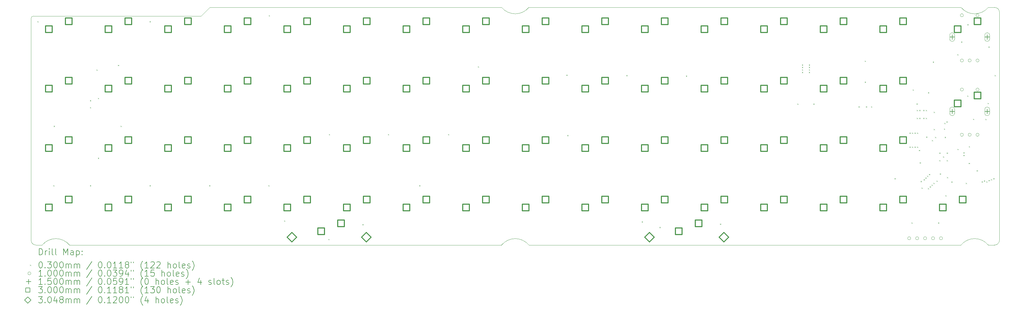
<source format=gbr>
%TF.GenerationSoftware,KiCad,Pcbnew,8.0.2-1.fc39*%
%TF.CreationDate,2024-05-29T21:02:28-04:00*%
%TF.ProjectId,KeychronQ9OrthoIntegrated,4b657963-6872-46f6-9e51-394f7274686f,rev?*%
%TF.SameCoordinates,Original*%
%TF.FileFunction,Drillmap*%
%TF.FilePolarity,Positive*%
%FSLAX45Y45*%
G04 Gerber Fmt 4.5, Leading zero omitted, Abs format (unit mm)*
G04 Created by KiCad (PCBNEW 8.0.2-1.fc39) date 2024-05-29 21:02:28*
%MOMM*%
%LPD*%
G01*
G04 APERTURE LIST*
%ADD10C,0.050000*%
%ADD11C,0.200000*%
%ADD12C,0.100000*%
%ADD13C,0.150000*%
%ADD14C,0.300000*%
%ADD15C,0.304800*%
G04 APERTURE END LIST*
D10*
X1746250Y-9207500D02*
G75*
G02*
X1587500Y-9048750I0J158750D01*
G01*
X16629062Y-9207500D02*
G75*
G02*
X17502188Y-9207500I436563J-357187D01*
G01*
X1944687Y-9207500D02*
G75*
G02*
X2817812Y-9207500I436563J-357187D01*
G01*
X32186562Y-1587500D02*
G75*
G02*
X31313437Y-1587500I-436563J357187D01*
G01*
X32186562Y-9207500D02*
X32385000Y-9207500D01*
X17502188Y-9207500D02*
X31313437Y-9207500D01*
X32543750Y-9048750D02*
G75*
G02*
X32385000Y-9207500I-158750J0D01*
G01*
X7302500Y-1587500D02*
X7024687Y-1865312D01*
X1587500Y-1944687D02*
G75*
G02*
X1666875Y-1865310I79380J-3D01*
G01*
X1587500Y-1944687D02*
X1587500Y-9048750D01*
X17502188Y-1587500D02*
G75*
G02*
X16629062Y-1587500I-436563J357187D01*
G01*
X31313437Y-9207500D02*
G75*
G02*
X32186562Y-9207500I436563J-357187D01*
G01*
X1746250Y-9207500D02*
X1944687Y-9207500D01*
X7024687Y-1865312D02*
X1666875Y-1865312D01*
X32186562Y-1587500D02*
X32385000Y-1587500D01*
X17502188Y-1587500D02*
X31313437Y-1587500D01*
X16629062Y-1587500D02*
X7302500Y-1587500D01*
X32385000Y-1587500D02*
G75*
G02*
X32543750Y-1746250I0J-158750D01*
G01*
X16629062Y-9207500D02*
X2817812Y-9207500D01*
X32543750Y-1746250D02*
X32543750Y-9048750D01*
D11*
D12*
X1791405Y-2033240D02*
X1821405Y-2063240D01*
X1821405Y-2033240D02*
X1791405Y-2063240D01*
X2297420Y-7286869D02*
X2327420Y-7316869D01*
X2327420Y-7286869D02*
X2297420Y-7316869D01*
X2312303Y-5381870D02*
X2342303Y-5411870D01*
X2342303Y-5381870D02*
X2312303Y-5411870D01*
X3473161Y-4563316D02*
X3503161Y-4593316D01*
X3503161Y-4563316D02*
X3473161Y-4593316D01*
X3473161Y-4786558D02*
X3503161Y-4816558D01*
X3503161Y-4786558D02*
X3473161Y-4816558D01*
X3473161Y-7286869D02*
X3503161Y-7316869D01*
X3503161Y-7286869D02*
X3473161Y-7316869D01*
X3681520Y-3581052D02*
X3711520Y-3611052D01*
X3711520Y-3581052D02*
X3681520Y-3611052D01*
X3726169Y-4488902D02*
X3756169Y-4518902D01*
X3756169Y-4488902D02*
X3726169Y-4518902D01*
X3726169Y-6408784D02*
X3756169Y-6438784D01*
X3756169Y-6408784D02*
X3726169Y-6438784D01*
X4366129Y-3432224D02*
X4396129Y-3462224D01*
X4396129Y-3432224D02*
X4366129Y-3462224D01*
X4450443Y-5381870D02*
X4480443Y-5411870D01*
X4480443Y-5381870D02*
X4450443Y-5411870D01*
X5378160Y-2033240D02*
X5408160Y-2063240D01*
X5408160Y-2033240D02*
X5378160Y-2063240D01*
X5378160Y-7286869D02*
X5408160Y-7316869D01*
X5408160Y-7286869D02*
X5378160Y-7316869D01*
X7283158Y-7286869D02*
X7313158Y-7316869D01*
X7313158Y-7286869D02*
X7283158Y-7316869D01*
X9173274Y-7286869D02*
X9203274Y-7316869D01*
X9203274Y-7286869D02*
X9173274Y-7316869D01*
X9188156Y-1839764D02*
X9218156Y-1869764D01*
X9218156Y-1839764D02*
X9188156Y-1869764D01*
X9679289Y-8417962D02*
X9709289Y-8447962D01*
X9709289Y-8417962D02*
X9679289Y-8447962D01*
X11093155Y-9013274D02*
X11123155Y-9043274D01*
X11123155Y-9013274D02*
X11093155Y-9043274D01*
X11108038Y-5649761D02*
X11138038Y-5679761D01*
X11138038Y-5649761D02*
X11108038Y-5679761D01*
X12179599Y-8537024D02*
X12209599Y-8567024D01*
X12209599Y-8537024D02*
X12179599Y-8567024D01*
X12998153Y-5649761D02*
X13028153Y-5679761D01*
X13028153Y-5649761D02*
X12998153Y-5679761D01*
X13995301Y-7286869D02*
X14025301Y-7316869D01*
X14025301Y-7286869D02*
X13995301Y-7316869D01*
X14918034Y-5649761D02*
X14948034Y-5679761D01*
X14948034Y-5649761D02*
X14918034Y-5679761D01*
X15870534Y-3476872D02*
X15900534Y-3506872D01*
X15900534Y-3476872D02*
X15870534Y-3506872D01*
X18698266Y-3744762D02*
X18728266Y-3774762D01*
X18728266Y-3744762D02*
X18698266Y-3774762D01*
X18728031Y-5679526D02*
X18758031Y-5709526D01*
X18758031Y-5679526D02*
X18728031Y-5709526D01*
X20618147Y-3759645D02*
X20648147Y-3789645D01*
X20648147Y-3759645D02*
X20618147Y-3789645D01*
X21109279Y-8447727D02*
X21139279Y-8477727D01*
X21139279Y-8447727D02*
X21109279Y-8477727D01*
X21674826Y-8626321D02*
X21704826Y-8656321D01*
X21704826Y-8626321D02*
X21674826Y-8656321D01*
X22523145Y-3774528D02*
X22553145Y-3804528D01*
X22553145Y-3774528D02*
X22523145Y-3804528D01*
X23609590Y-8522141D02*
X23639590Y-8552141D01*
X23639590Y-8522141D02*
X23609590Y-8552141D01*
X26080130Y-4674375D02*
X26110130Y-4704375D01*
X26110130Y-4674375D02*
X26080130Y-4704375D01*
X26228962Y-3417309D02*
X26258962Y-3447309D01*
X26258962Y-3417309D02*
X26228962Y-3447309D01*
X26228962Y-3497309D02*
X26258962Y-3527309D01*
X26258962Y-3497309D02*
X26228962Y-3527309D01*
X26228962Y-3577310D02*
X26258962Y-3607310D01*
X26258962Y-3577310D02*
X26228962Y-3607310D01*
X26228962Y-3657310D02*
X26258962Y-3687310D01*
X26258962Y-3657310D02*
X26228962Y-3687310D01*
X26452204Y-3417309D02*
X26482204Y-3447309D01*
X26482204Y-3417309D02*
X26452204Y-3447309D01*
X26452204Y-3497309D02*
X26482204Y-3527309D01*
X26482204Y-3497309D02*
X26452204Y-3527309D01*
X26452204Y-3577310D02*
X26482204Y-3607310D01*
X26482204Y-3577310D02*
X26452204Y-3607310D01*
X26452204Y-3657310D02*
X26482204Y-3687310D01*
X26482204Y-3657310D02*
X26452204Y-3687310D01*
X26596068Y-4674375D02*
X26626068Y-4704375D01*
X26626068Y-4674375D02*
X26596068Y-4704375D01*
X28039078Y-4761749D02*
X28069078Y-4791749D01*
X28069078Y-4761749D02*
X28039078Y-4791749D01*
X28238140Y-3298278D02*
X28268140Y-3328278D01*
X28268140Y-3298278D02*
X28238140Y-3328278D01*
X28238140Y-3968004D02*
X28268140Y-3998004D01*
X28268140Y-3968004D02*
X28238140Y-3998004D01*
X28277203Y-4761749D02*
X28307203Y-4791749D01*
X28307203Y-4761749D02*
X28277203Y-4791749D01*
X28440914Y-4761749D02*
X28470914Y-4791749D01*
X28470914Y-4761749D02*
X28440914Y-4791749D01*
X29190640Y-7063627D02*
X29220640Y-7093627D01*
X29220640Y-7063627D02*
X29190640Y-7093627D01*
X29666889Y-5605112D02*
X29696889Y-5635112D01*
X29696889Y-5605112D02*
X29666889Y-5635112D01*
X29666889Y-6051596D02*
X29696889Y-6081596D01*
X29696889Y-6051596D02*
X29666889Y-6081596D01*
X29733303Y-8484375D02*
X29763303Y-8514375D01*
X29763303Y-8484375D02*
X29733303Y-8514375D01*
X29746889Y-5605112D02*
X29776889Y-5635112D01*
X29776889Y-5605112D02*
X29746889Y-5635112D01*
X29746889Y-6051596D02*
X29776889Y-6081596D01*
X29776889Y-6051596D02*
X29746889Y-6081596D01*
X29771069Y-4221012D02*
X29801069Y-4251012D01*
X29801069Y-4221012D02*
X29771069Y-4251012D01*
X29826890Y-5605112D02*
X29856890Y-5635112D01*
X29856890Y-5605112D02*
X29826890Y-5635112D01*
X29826890Y-6051596D02*
X29856890Y-6081596D01*
X29856890Y-6051596D02*
X29826890Y-6081596D01*
X29890130Y-4667495D02*
X29920130Y-4697495D01*
X29920130Y-4667495D02*
X29890130Y-4697495D01*
X29899428Y-4875855D02*
X29929428Y-4905855D01*
X29929428Y-4875855D02*
X29899428Y-4905855D01*
X29899428Y-5128863D02*
X29929428Y-5158863D01*
X29929428Y-5128863D02*
X29899428Y-5158863D01*
X29906890Y-5605112D02*
X29936890Y-5635112D01*
X29936890Y-5605112D02*
X29906890Y-5635112D01*
X29906890Y-6051596D02*
X29936890Y-6081596D01*
X29936890Y-6051596D02*
X29906890Y-6081596D01*
X29966890Y-6156707D02*
X29996890Y-6186707D01*
X29996890Y-6156707D02*
X29966890Y-6186707D01*
X29979428Y-4875855D02*
X30009428Y-4905855D01*
X30009428Y-4875855D02*
X29979428Y-4905855D01*
X29979428Y-5128863D02*
X30009428Y-5158863D01*
X30009428Y-5128863D02*
X29979428Y-5158863D01*
X29994311Y-6557612D02*
X30024311Y-6587612D01*
X30024311Y-6557612D02*
X29994311Y-6587612D01*
X30022630Y-7153353D02*
X30052630Y-7183353D01*
X30052630Y-7153353D02*
X30022630Y-7183353D01*
X30053842Y-7363021D02*
X30083842Y-7393021D01*
X30083842Y-7363021D02*
X30053842Y-7393021D01*
X30107787Y-5128863D02*
X30137787Y-5158863D01*
X30137787Y-5128863D02*
X30107787Y-5158863D01*
X30107792Y-4874988D02*
X30137792Y-4904988D01*
X30137792Y-4874988D02*
X30107792Y-4904988D01*
X30118558Y-7098577D02*
X30148558Y-7128577D01*
X30148558Y-7098577D02*
X30118558Y-7128577D01*
X30175126Y-7042008D02*
X30205126Y-7072008D01*
X30205126Y-7042008D02*
X30175126Y-7072008D01*
X30187787Y-4875855D02*
X30217787Y-4905855D01*
X30217787Y-4875855D02*
X30187787Y-4905855D01*
X30187787Y-5128863D02*
X30217787Y-5158863D01*
X30217787Y-5128863D02*
X30187787Y-5158863D01*
X30202670Y-5731616D02*
X30232670Y-5761616D01*
X30232670Y-5731616D02*
X30202670Y-5761616D01*
X30231695Y-6985439D02*
X30261695Y-7015439D01*
X30261695Y-6985439D02*
X30231695Y-7015439D01*
X30257084Y-7381373D02*
X30287084Y-7411373D01*
X30287084Y-7381373D02*
X30257084Y-7411373D01*
X30262201Y-4310309D02*
X30292201Y-4340309D01*
X30292201Y-4310309D02*
X30262201Y-4340309D01*
X30288264Y-6928871D02*
X30318264Y-6958871D01*
X30318264Y-6928871D02*
X30288264Y-6958871D01*
X30315692Y-7326921D02*
X30345692Y-7356921D01*
X30345692Y-7326921D02*
X30315692Y-7356921D01*
X30375692Y-7271986D02*
X30405692Y-7301986D01*
X30405692Y-7271986D02*
X30375692Y-7301986D01*
X30381264Y-5843237D02*
X30411264Y-5873237D01*
X30411264Y-5843237D02*
X30381264Y-5873237D01*
X30411029Y-3328044D02*
X30441029Y-3358044D01*
X30441029Y-3328044D02*
X30411029Y-3358044D01*
X30433726Y-7212455D02*
X30463726Y-7242455D01*
X30463726Y-7212455D02*
X30433726Y-7242455D01*
X30440795Y-4935386D02*
X30470795Y-4965386D01*
X30470795Y-4935386D02*
X30440795Y-4965386D01*
X30440795Y-5486050D02*
X30470795Y-5516050D01*
X30470795Y-5486050D02*
X30440795Y-5516050D01*
X30485443Y-5739058D02*
X30515443Y-5769058D01*
X30515443Y-5739058D02*
X30485443Y-5769058D01*
X30530092Y-7139186D02*
X30560092Y-7169186D01*
X30560092Y-7139186D02*
X30530092Y-7169186D01*
X30582741Y-8484375D02*
X30612741Y-8514375D01*
X30612741Y-8484375D02*
X30582741Y-8514375D01*
X30618451Y-6244135D02*
X30648451Y-6274135D01*
X30648451Y-6244135D02*
X30618451Y-6274135D01*
X30618451Y-6484135D02*
X30648451Y-6514135D01*
X30648451Y-6484135D02*
X30618451Y-6514135D01*
X30635554Y-6913516D02*
X30665554Y-6943516D01*
X30665554Y-6913516D02*
X30635554Y-6943516D01*
X30738451Y-6364135D02*
X30768451Y-6394135D01*
X30768451Y-6364135D02*
X30738451Y-6394135D01*
X30768216Y-5471167D02*
X30798216Y-5501167D01*
X30798216Y-5471167D02*
X30768216Y-5501167D01*
X30783099Y-5292574D02*
X30813099Y-5322574D01*
X30813099Y-5292574D02*
X30783099Y-5322574D01*
X30793697Y-5738829D02*
X30823697Y-5768829D01*
X30823697Y-5738829D02*
X30793697Y-5768829D01*
X30812865Y-7610460D02*
X30842865Y-7640460D01*
X30842865Y-7610460D02*
X30812865Y-7640460D01*
X30847279Y-5244815D02*
X30877279Y-5274815D01*
X30877279Y-5244815D02*
X30847279Y-5274815D01*
X30858451Y-6244135D02*
X30888451Y-6274135D01*
X30888451Y-6244135D02*
X30858451Y-6274135D01*
X30858451Y-6484135D02*
X30888451Y-6514135D01*
X30888451Y-6484135D02*
X30858451Y-6514135D01*
X30864955Y-7027565D02*
X30894955Y-7057565D01*
X30894955Y-7027565D02*
X30864955Y-7057565D01*
X31006341Y-7168952D02*
X31036341Y-7198952D01*
X31036341Y-7168952D02*
X31006341Y-7198952D01*
X31195250Y-3089919D02*
X31225250Y-3119919D01*
X31225250Y-3089919D02*
X31195250Y-3119919D01*
X31199818Y-6124135D02*
X31229818Y-6154135D01*
X31229818Y-6124135D02*
X31199818Y-6154135D01*
X31318880Y-2683120D02*
X31348880Y-2713120D01*
X31348880Y-2683120D02*
X31318880Y-2713120D01*
X31391508Y-6235482D02*
X31421508Y-6265482D01*
X31421508Y-6235482D02*
X31391508Y-6265482D01*
X31391977Y-6320804D02*
X31421977Y-6350804D01*
X31421977Y-6320804D02*
X31391977Y-6350804D01*
X31467708Y-7212455D02*
X31497708Y-7242455D01*
X31497708Y-7212455D02*
X31467708Y-7242455D01*
X31512356Y-4414488D02*
X31542356Y-4444488D01*
X31542356Y-4414488D02*
X31512356Y-4444488D01*
X31517318Y-2127495D02*
X31547318Y-2157495D01*
X31547318Y-2127495D02*
X31517318Y-2157495D01*
X31557910Y-6571589D02*
X31587910Y-6601589D01*
X31587910Y-6571589D02*
X31557910Y-6601589D01*
X31565833Y-6038970D02*
X31595833Y-6068970D01*
X31595833Y-6038970D02*
X31565833Y-6068970D01*
X31699855Y-5158628D02*
X31729855Y-5188628D01*
X31729855Y-5158628D02*
X31699855Y-5188628D01*
X31812989Y-6810619D02*
X31842989Y-6840619D01*
X31842989Y-6810619D02*
X31812989Y-6840619D01*
X31973723Y-7167338D02*
X32003723Y-7197338D01*
X32003723Y-7167338D02*
X31973723Y-7197338D01*
X32048162Y-7138031D02*
X32078162Y-7168031D01*
X32078162Y-7138031D02*
X32048162Y-7168031D01*
X32092786Y-5165625D02*
X32122786Y-5195625D01*
X32122786Y-5165625D02*
X32092786Y-5195625D01*
X32122551Y-7167806D02*
X32152551Y-7197806D01*
X32152551Y-7167806D02*
X32122551Y-7197806D01*
X32167200Y-4652613D02*
X32197200Y-4682613D01*
X32197200Y-4652613D02*
X32167200Y-4682613D01*
X32192005Y-2841870D02*
X32222005Y-2871870D01*
X32222005Y-2841870D02*
X32192005Y-2871870D01*
X32196965Y-7123158D02*
X32226965Y-7153158D01*
X32226965Y-7123158D02*
X32196965Y-7153158D01*
X32271379Y-7093392D02*
X32301379Y-7123392D01*
X32301379Y-7093392D02*
X32271379Y-7123392D01*
X32345793Y-7063627D02*
X32375793Y-7093627D01*
X32375793Y-7063627D02*
X32345793Y-7093627D01*
X32390442Y-3759645D02*
X32420442Y-3789645D01*
X32420442Y-3759645D02*
X32390442Y-3789645D01*
X29708443Y-8989211D02*
G75*
G02*
X29608443Y-8989211I-50000J0D01*
G01*
X29608443Y-8989211D02*
G75*
G02*
X29708443Y-8989211I50000J0D01*
G01*
X29962443Y-8989211D02*
G75*
G02*
X29862443Y-8989211I-50000J0D01*
G01*
X29862443Y-8989211D02*
G75*
G02*
X29962443Y-8989211I50000J0D01*
G01*
X30216443Y-8989211D02*
G75*
G02*
X30116443Y-8989211I-50000J0D01*
G01*
X30116443Y-8989211D02*
G75*
G02*
X30216443Y-8989211I50000J0D01*
G01*
X30470443Y-8989211D02*
G75*
G02*
X30370443Y-8989211I-50000J0D01*
G01*
X30370443Y-8989211D02*
G75*
G02*
X30470443Y-8989211I50000J0D01*
G01*
X30724443Y-8989211D02*
G75*
G02*
X30624443Y-8989211I-50000J0D01*
G01*
X30624443Y-8989211D02*
G75*
G02*
X30724443Y-8989211I50000J0D01*
G01*
X31391250Y-3290000D02*
G75*
G02*
X31291250Y-3290000I-50000J0D01*
G01*
X31291250Y-3290000D02*
G75*
G02*
X31391250Y-3290000I50000J0D01*
G01*
X31391250Y-5671250D02*
G75*
G02*
X31291250Y-5671250I-50000J0D01*
G01*
X31291250Y-5671250D02*
G75*
G02*
X31391250Y-5671250I50000J0D01*
G01*
X31391250Y-1840000D02*
G75*
G02*
X31291250Y-1840000I-50000J0D01*
G01*
X31291250Y-1840000D02*
G75*
G02*
X31391250Y-1840000I50000J0D01*
G01*
X31391250Y-4221250D02*
G75*
G02*
X31291250Y-4221250I-50000J0D01*
G01*
X31291250Y-4221250D02*
G75*
G02*
X31391250Y-4221250I50000J0D01*
G01*
X31641250Y-3290000D02*
G75*
G02*
X31541250Y-3290000I-50000J0D01*
G01*
X31541250Y-3290000D02*
G75*
G02*
X31641250Y-3290000I50000J0D01*
G01*
X31641250Y-5671250D02*
G75*
G02*
X31541250Y-5671250I-50000J0D01*
G01*
X31541250Y-5671250D02*
G75*
G02*
X31641250Y-5671250I50000J0D01*
G01*
X31891250Y-1840000D02*
G75*
G02*
X31791250Y-1840000I-50000J0D01*
G01*
X31791250Y-1840000D02*
G75*
G02*
X31891250Y-1840000I50000J0D01*
G01*
X31891250Y-4221250D02*
G75*
G02*
X31791250Y-4221250I-50000J0D01*
G01*
X31791250Y-4221250D02*
G75*
G02*
X31891250Y-4221250I50000J0D01*
G01*
X31891250Y-3290000D02*
G75*
G02*
X31791250Y-3290000I-50000J0D01*
G01*
X31791250Y-3290000D02*
G75*
G02*
X31891250Y-3290000I50000J0D01*
G01*
X31891250Y-5671250D02*
G75*
G02*
X31791250Y-5671250I-50000J0D01*
G01*
X31791250Y-5671250D02*
G75*
G02*
X31891250Y-5671250I50000J0D01*
G01*
D13*
X31031250Y-2465000D02*
X31031250Y-2615000D01*
X30956250Y-2540000D02*
X31106250Y-2540000D01*
D12*
X31106250Y-2605000D02*
X31106250Y-2475000D01*
X30956250Y-2475000D02*
G75*
G02*
X31106250Y-2475000I75000J0D01*
G01*
X30956250Y-2475000D02*
X30956250Y-2605000D01*
X30956250Y-2605000D02*
G75*
G03*
X31106250Y-2605000I75000J0D01*
G01*
D13*
X31031250Y-4846250D02*
X31031250Y-4996250D01*
X30956250Y-4921250D02*
X31106250Y-4921250D01*
D12*
X31106250Y-4986250D02*
X31106250Y-4856250D01*
X30956250Y-4856250D02*
G75*
G02*
X31106250Y-4856250I75000J0D01*
G01*
X30956250Y-4856250D02*
X30956250Y-4986250D01*
X30956250Y-4986250D02*
G75*
G03*
X31106250Y-4986250I75000J0D01*
G01*
D13*
X32151250Y-2465000D02*
X32151250Y-2615000D01*
X32076250Y-2540000D02*
X32226250Y-2540000D01*
D12*
X32226250Y-2605000D02*
X32226250Y-2475000D01*
X32076250Y-2475000D02*
G75*
G02*
X32226250Y-2475000I75000J0D01*
G01*
X32076250Y-2475000D02*
X32076250Y-2605000D01*
X32076250Y-2605000D02*
G75*
G03*
X32226250Y-2605000I75000J0D01*
G01*
D13*
X32151250Y-4846250D02*
X32151250Y-4996250D01*
X32076250Y-4921250D02*
X32226250Y-4921250D01*
D12*
X32226250Y-4986250D02*
X32226250Y-4856250D01*
X32076250Y-4856250D02*
G75*
G02*
X32226250Y-4856250I75000J0D01*
G01*
X32076250Y-4856250D02*
X32076250Y-4986250D01*
X32076250Y-4986250D02*
G75*
G03*
X32226250Y-4986250I75000J0D01*
G01*
D14*
X2265067Y-2392067D02*
X2265067Y-2179933D01*
X2052933Y-2179933D01*
X2052933Y-2392067D01*
X2265067Y-2392067D01*
X2265067Y-4297067D02*
X2265067Y-4084933D01*
X2052933Y-4084933D01*
X2052933Y-4297067D01*
X2265067Y-4297067D01*
X2265067Y-6202067D02*
X2265067Y-5989933D01*
X2052933Y-5989933D01*
X2052933Y-6202067D01*
X2265067Y-6202067D01*
X2265067Y-8107067D02*
X2265067Y-7894933D01*
X2052933Y-7894933D01*
X2052933Y-8107067D01*
X2265067Y-8107067D01*
X2900067Y-2138067D02*
X2900067Y-1925933D01*
X2687933Y-1925933D01*
X2687933Y-2138067D01*
X2900067Y-2138067D01*
X2900067Y-4043067D02*
X2900067Y-3830933D01*
X2687933Y-3830933D01*
X2687933Y-4043067D01*
X2900067Y-4043067D01*
X2900067Y-5948067D02*
X2900067Y-5735933D01*
X2687933Y-5735933D01*
X2687933Y-5948067D01*
X2900067Y-5948067D01*
X2900067Y-7853067D02*
X2900067Y-7640933D01*
X2687933Y-7640933D01*
X2687933Y-7853067D01*
X2900067Y-7853067D01*
X4170067Y-2392067D02*
X4170067Y-2179933D01*
X3957933Y-2179933D01*
X3957933Y-2392067D01*
X4170067Y-2392067D01*
X4170067Y-4297067D02*
X4170067Y-4084933D01*
X3957933Y-4084933D01*
X3957933Y-4297067D01*
X4170067Y-4297067D01*
X4170067Y-6202067D02*
X4170067Y-5989933D01*
X3957933Y-5989933D01*
X3957933Y-6202067D01*
X4170067Y-6202067D01*
X4170067Y-8107067D02*
X4170067Y-7894933D01*
X3957933Y-7894933D01*
X3957933Y-8107067D01*
X4170067Y-8107067D01*
X4805067Y-2138067D02*
X4805067Y-1925933D01*
X4592933Y-1925933D01*
X4592933Y-2138067D01*
X4805067Y-2138067D01*
X4805067Y-4043067D02*
X4805067Y-3830933D01*
X4592933Y-3830933D01*
X4592933Y-4043067D01*
X4805067Y-4043067D01*
X4805067Y-5948067D02*
X4805067Y-5735933D01*
X4592933Y-5735933D01*
X4592933Y-5948067D01*
X4805067Y-5948067D01*
X4805067Y-7853067D02*
X4805067Y-7640933D01*
X4592933Y-7640933D01*
X4592933Y-7853067D01*
X4805067Y-7853067D01*
X6075067Y-2392067D02*
X6075067Y-2179933D01*
X5862933Y-2179933D01*
X5862933Y-2392067D01*
X6075067Y-2392067D01*
X6075067Y-4297067D02*
X6075067Y-4084933D01*
X5862933Y-4084933D01*
X5862933Y-4297067D01*
X6075067Y-4297067D01*
X6075067Y-6202067D02*
X6075067Y-5989933D01*
X5862933Y-5989933D01*
X5862933Y-6202067D01*
X6075067Y-6202067D01*
X6075067Y-8107067D02*
X6075067Y-7894933D01*
X5862933Y-7894933D01*
X5862933Y-8107067D01*
X6075067Y-8107067D01*
X6710067Y-2138067D02*
X6710067Y-1925933D01*
X6497933Y-1925933D01*
X6497933Y-2138067D01*
X6710067Y-2138067D01*
X6710067Y-4043067D02*
X6710067Y-3830933D01*
X6497933Y-3830933D01*
X6497933Y-4043067D01*
X6710067Y-4043067D01*
X6710067Y-5948067D02*
X6710067Y-5735933D01*
X6497933Y-5735933D01*
X6497933Y-5948067D01*
X6710067Y-5948067D01*
X6710067Y-7853067D02*
X6710067Y-7640933D01*
X6497933Y-7640933D01*
X6497933Y-7853067D01*
X6710067Y-7853067D01*
X7980067Y-2392067D02*
X7980067Y-2179933D01*
X7767933Y-2179933D01*
X7767933Y-2392067D01*
X7980067Y-2392067D01*
X7980067Y-4297067D02*
X7980067Y-4084933D01*
X7767933Y-4084933D01*
X7767933Y-4297067D01*
X7980067Y-4297067D01*
X7980067Y-6202067D02*
X7980067Y-5989933D01*
X7767933Y-5989933D01*
X7767933Y-6202067D01*
X7980067Y-6202067D01*
X7980067Y-8107067D02*
X7980067Y-7894933D01*
X7767933Y-7894933D01*
X7767933Y-8107067D01*
X7980067Y-8107067D01*
X8615067Y-2138067D02*
X8615067Y-1925933D01*
X8402933Y-1925933D01*
X8402933Y-2138067D01*
X8615067Y-2138067D01*
X8615067Y-4043067D02*
X8615067Y-3830933D01*
X8402933Y-3830933D01*
X8402933Y-4043067D01*
X8615067Y-4043067D01*
X8615067Y-5948067D02*
X8615067Y-5735933D01*
X8402933Y-5735933D01*
X8402933Y-5948067D01*
X8615067Y-5948067D01*
X8615067Y-7853067D02*
X8615067Y-7640933D01*
X8402933Y-7640933D01*
X8402933Y-7853067D01*
X8615067Y-7853067D01*
X9885067Y-2392067D02*
X9885067Y-2179933D01*
X9672933Y-2179933D01*
X9672933Y-2392067D01*
X9885067Y-2392067D01*
X9885067Y-4297067D02*
X9885067Y-4084933D01*
X9672933Y-4084933D01*
X9672933Y-4297067D01*
X9885067Y-4297067D01*
X9885067Y-6202067D02*
X9885067Y-5989933D01*
X9672933Y-5989933D01*
X9672933Y-6202067D01*
X9885067Y-6202067D01*
X9885067Y-8107067D02*
X9885067Y-7894933D01*
X9672933Y-7894933D01*
X9672933Y-8107067D01*
X9885067Y-8107067D01*
X10520067Y-2138067D02*
X10520067Y-1925933D01*
X10307933Y-1925933D01*
X10307933Y-2138067D01*
X10520067Y-2138067D01*
X10520067Y-4043067D02*
X10520067Y-3830933D01*
X10307933Y-3830933D01*
X10307933Y-4043067D01*
X10520067Y-4043067D01*
X10520067Y-5948067D02*
X10520067Y-5735933D01*
X10307933Y-5735933D01*
X10307933Y-5948067D01*
X10520067Y-5948067D01*
X10520067Y-7853067D02*
X10520067Y-7640933D01*
X10307933Y-7640933D01*
X10307933Y-7853067D01*
X10520067Y-7853067D01*
X10964567Y-8869067D02*
X10964567Y-8656933D01*
X10752433Y-8656933D01*
X10752433Y-8869067D01*
X10964567Y-8869067D01*
X11599567Y-8615067D02*
X11599567Y-8402933D01*
X11387433Y-8402933D01*
X11387433Y-8615067D01*
X11599567Y-8615067D01*
X11790067Y-2392067D02*
X11790067Y-2179933D01*
X11577933Y-2179933D01*
X11577933Y-2392067D01*
X11790067Y-2392067D01*
X11790067Y-4297067D02*
X11790067Y-4084933D01*
X11577933Y-4084933D01*
X11577933Y-4297067D01*
X11790067Y-4297067D01*
X11790067Y-6202067D02*
X11790067Y-5989933D01*
X11577933Y-5989933D01*
X11577933Y-6202067D01*
X11790067Y-6202067D01*
X11790067Y-8107067D02*
X11790067Y-7894933D01*
X11577933Y-7894933D01*
X11577933Y-8107067D01*
X11790067Y-8107067D01*
X12425067Y-2138067D02*
X12425067Y-1925933D01*
X12212933Y-1925933D01*
X12212933Y-2138067D01*
X12425067Y-2138067D01*
X12425067Y-4043067D02*
X12425067Y-3830933D01*
X12212933Y-3830933D01*
X12212933Y-4043067D01*
X12425067Y-4043067D01*
X12425067Y-5948067D02*
X12425067Y-5735933D01*
X12212933Y-5735933D01*
X12212933Y-5948067D01*
X12425067Y-5948067D01*
X12425067Y-7853067D02*
X12425067Y-7640933D01*
X12212933Y-7640933D01*
X12212933Y-7853067D01*
X12425067Y-7853067D01*
X13695067Y-2392067D02*
X13695067Y-2179933D01*
X13482933Y-2179933D01*
X13482933Y-2392067D01*
X13695067Y-2392067D01*
X13695067Y-4297067D02*
X13695067Y-4084933D01*
X13482933Y-4084933D01*
X13482933Y-4297067D01*
X13695067Y-4297067D01*
X13695067Y-6202067D02*
X13695067Y-5989933D01*
X13482933Y-5989933D01*
X13482933Y-6202067D01*
X13695067Y-6202067D01*
X13695067Y-8107067D02*
X13695067Y-7894933D01*
X13482933Y-7894933D01*
X13482933Y-8107067D01*
X13695067Y-8107067D01*
X14330067Y-2138067D02*
X14330067Y-1925933D01*
X14117933Y-1925933D01*
X14117933Y-2138067D01*
X14330067Y-2138067D01*
X14330067Y-4043067D02*
X14330067Y-3830933D01*
X14117933Y-3830933D01*
X14117933Y-4043067D01*
X14330067Y-4043067D01*
X14330067Y-5948067D02*
X14330067Y-5735933D01*
X14117933Y-5735933D01*
X14117933Y-5948067D01*
X14330067Y-5948067D01*
X14330067Y-7853067D02*
X14330067Y-7640933D01*
X14117933Y-7640933D01*
X14117933Y-7853067D01*
X14330067Y-7853067D01*
X15600067Y-2392067D02*
X15600067Y-2179933D01*
X15387933Y-2179933D01*
X15387933Y-2392067D01*
X15600067Y-2392067D01*
X15600067Y-4297067D02*
X15600067Y-4084933D01*
X15387933Y-4084933D01*
X15387933Y-4297067D01*
X15600067Y-4297067D01*
X15600067Y-6202067D02*
X15600067Y-5989933D01*
X15387933Y-5989933D01*
X15387933Y-6202067D01*
X15600067Y-6202067D01*
X15600067Y-8107067D02*
X15600067Y-7894933D01*
X15387933Y-7894933D01*
X15387933Y-8107067D01*
X15600067Y-8107067D01*
X16235067Y-2138067D02*
X16235067Y-1925933D01*
X16022933Y-1925933D01*
X16022933Y-2138067D01*
X16235067Y-2138067D01*
X16235067Y-4043067D02*
X16235067Y-3830933D01*
X16022933Y-3830933D01*
X16022933Y-4043067D01*
X16235067Y-4043067D01*
X16235067Y-5948067D02*
X16235067Y-5735933D01*
X16022933Y-5735933D01*
X16022933Y-5948067D01*
X16235067Y-5948067D01*
X16235067Y-7853067D02*
X16235067Y-7640933D01*
X16022933Y-7640933D01*
X16022933Y-7853067D01*
X16235067Y-7853067D01*
X17505067Y-2392067D02*
X17505067Y-2179933D01*
X17292933Y-2179933D01*
X17292933Y-2392067D01*
X17505067Y-2392067D01*
X17505067Y-4297067D02*
X17505067Y-4084933D01*
X17292933Y-4084933D01*
X17292933Y-4297067D01*
X17505067Y-4297067D01*
X17505067Y-6202067D02*
X17505067Y-5989933D01*
X17292933Y-5989933D01*
X17292933Y-6202067D01*
X17505067Y-6202067D01*
X17505067Y-8107067D02*
X17505067Y-7894933D01*
X17292933Y-7894933D01*
X17292933Y-8107067D01*
X17505067Y-8107067D01*
X18140067Y-2138067D02*
X18140067Y-1925933D01*
X17927933Y-1925933D01*
X17927933Y-2138067D01*
X18140067Y-2138067D01*
X18140067Y-4043067D02*
X18140067Y-3830933D01*
X17927933Y-3830933D01*
X17927933Y-4043067D01*
X18140067Y-4043067D01*
X18140067Y-5948067D02*
X18140067Y-5735933D01*
X17927933Y-5735933D01*
X17927933Y-5948067D01*
X18140067Y-5948067D01*
X18140067Y-7853067D02*
X18140067Y-7640933D01*
X17927933Y-7640933D01*
X17927933Y-7853067D01*
X18140067Y-7853067D01*
X19410067Y-2392067D02*
X19410067Y-2179933D01*
X19197933Y-2179933D01*
X19197933Y-2392067D01*
X19410067Y-2392067D01*
X19410067Y-4297067D02*
X19410067Y-4084933D01*
X19197933Y-4084933D01*
X19197933Y-4297067D01*
X19410067Y-4297067D01*
X19410067Y-6202067D02*
X19410067Y-5989933D01*
X19197933Y-5989933D01*
X19197933Y-6202067D01*
X19410067Y-6202067D01*
X19410067Y-8107067D02*
X19410067Y-7894933D01*
X19197933Y-7894933D01*
X19197933Y-8107067D01*
X19410067Y-8107067D01*
X20045067Y-2138067D02*
X20045067Y-1925933D01*
X19832933Y-1925933D01*
X19832933Y-2138067D01*
X20045067Y-2138067D01*
X20045067Y-4043067D02*
X20045067Y-3830933D01*
X19832933Y-3830933D01*
X19832933Y-4043067D01*
X20045067Y-4043067D01*
X20045067Y-5948067D02*
X20045067Y-5735933D01*
X19832933Y-5735933D01*
X19832933Y-5948067D01*
X20045067Y-5948067D01*
X20045067Y-7853067D02*
X20045067Y-7640933D01*
X19832933Y-7640933D01*
X19832933Y-7853067D01*
X20045067Y-7853067D01*
X21315067Y-2392067D02*
X21315067Y-2179933D01*
X21102933Y-2179933D01*
X21102933Y-2392067D01*
X21315067Y-2392067D01*
X21315067Y-4297067D02*
X21315067Y-4084933D01*
X21102933Y-4084933D01*
X21102933Y-4297067D01*
X21315067Y-4297067D01*
X21315067Y-6202067D02*
X21315067Y-5989933D01*
X21102933Y-5989933D01*
X21102933Y-6202067D01*
X21315067Y-6202067D01*
X21315067Y-8107067D02*
X21315067Y-7894933D01*
X21102933Y-7894933D01*
X21102933Y-8107067D01*
X21315067Y-8107067D01*
X21950067Y-2138067D02*
X21950067Y-1925933D01*
X21737933Y-1925933D01*
X21737933Y-2138067D01*
X21950067Y-2138067D01*
X21950067Y-4043067D02*
X21950067Y-3830933D01*
X21737933Y-3830933D01*
X21737933Y-4043067D01*
X21950067Y-4043067D01*
X21950067Y-5948067D02*
X21950067Y-5735933D01*
X21737933Y-5735933D01*
X21737933Y-5948067D01*
X21950067Y-5948067D01*
X21950067Y-7853067D02*
X21950067Y-7640933D01*
X21737933Y-7640933D01*
X21737933Y-7853067D01*
X21950067Y-7853067D01*
X22394567Y-8869067D02*
X22394567Y-8656933D01*
X22182433Y-8656933D01*
X22182433Y-8869067D01*
X22394567Y-8869067D01*
X23029567Y-8615067D02*
X23029567Y-8402933D01*
X22817433Y-8402933D01*
X22817433Y-8615067D01*
X23029567Y-8615067D01*
X23220067Y-2392067D02*
X23220067Y-2179933D01*
X23007933Y-2179933D01*
X23007933Y-2392067D01*
X23220067Y-2392067D01*
X23220067Y-4297067D02*
X23220067Y-4084933D01*
X23007933Y-4084933D01*
X23007933Y-4297067D01*
X23220067Y-4297067D01*
X23220067Y-6202067D02*
X23220067Y-5989933D01*
X23007933Y-5989933D01*
X23007933Y-6202067D01*
X23220067Y-6202067D01*
X23220067Y-8107067D02*
X23220067Y-7894933D01*
X23007933Y-7894933D01*
X23007933Y-8107067D01*
X23220067Y-8107067D01*
X23855067Y-2138067D02*
X23855067Y-1925933D01*
X23642933Y-1925933D01*
X23642933Y-2138067D01*
X23855067Y-2138067D01*
X23855067Y-4043067D02*
X23855067Y-3830933D01*
X23642933Y-3830933D01*
X23642933Y-4043067D01*
X23855067Y-4043067D01*
X23855067Y-5948067D02*
X23855067Y-5735933D01*
X23642933Y-5735933D01*
X23642933Y-5948067D01*
X23855067Y-5948067D01*
X23855067Y-7853067D02*
X23855067Y-7640933D01*
X23642933Y-7640933D01*
X23642933Y-7853067D01*
X23855067Y-7853067D01*
X25125067Y-2392067D02*
X25125067Y-2179933D01*
X24912933Y-2179933D01*
X24912933Y-2392067D01*
X25125067Y-2392067D01*
X25125067Y-4297067D02*
X25125067Y-4084933D01*
X24912933Y-4084933D01*
X24912933Y-4297067D01*
X25125067Y-4297067D01*
X25125067Y-6202067D02*
X25125067Y-5989933D01*
X24912933Y-5989933D01*
X24912933Y-6202067D01*
X25125067Y-6202067D01*
X25125067Y-8107067D02*
X25125067Y-7894933D01*
X24912933Y-7894933D01*
X24912933Y-8107067D01*
X25125067Y-8107067D01*
X25760067Y-2138067D02*
X25760067Y-1925933D01*
X25547933Y-1925933D01*
X25547933Y-2138067D01*
X25760067Y-2138067D01*
X25760067Y-4043067D02*
X25760067Y-3830933D01*
X25547933Y-3830933D01*
X25547933Y-4043067D01*
X25760067Y-4043067D01*
X25760067Y-5948067D02*
X25760067Y-5735933D01*
X25547933Y-5735933D01*
X25547933Y-5948067D01*
X25760067Y-5948067D01*
X25760067Y-7853067D02*
X25760067Y-7640933D01*
X25547933Y-7640933D01*
X25547933Y-7853067D01*
X25760067Y-7853067D01*
X27030067Y-2392067D02*
X27030067Y-2179933D01*
X26817933Y-2179933D01*
X26817933Y-2392067D01*
X27030067Y-2392067D01*
X27030067Y-4297067D02*
X27030067Y-4084933D01*
X26817933Y-4084933D01*
X26817933Y-4297067D01*
X27030067Y-4297067D01*
X27030067Y-6202067D02*
X27030067Y-5989933D01*
X26817933Y-5989933D01*
X26817933Y-6202067D01*
X27030067Y-6202067D01*
X27030067Y-8107067D02*
X27030067Y-7894933D01*
X26817933Y-7894933D01*
X26817933Y-8107067D01*
X27030067Y-8107067D01*
X27665067Y-2138067D02*
X27665067Y-1925933D01*
X27452933Y-1925933D01*
X27452933Y-2138067D01*
X27665067Y-2138067D01*
X27665067Y-4043067D02*
X27665067Y-3830933D01*
X27452933Y-3830933D01*
X27452933Y-4043067D01*
X27665067Y-4043067D01*
X27665067Y-5948067D02*
X27665067Y-5735933D01*
X27452933Y-5735933D01*
X27452933Y-5948067D01*
X27665067Y-5948067D01*
X27665067Y-7853067D02*
X27665067Y-7640933D01*
X27452933Y-7640933D01*
X27452933Y-7853067D01*
X27665067Y-7853067D01*
X28935067Y-2392067D02*
X28935067Y-2179933D01*
X28722933Y-2179933D01*
X28722933Y-2392067D01*
X28935067Y-2392067D01*
X28935067Y-4297067D02*
X28935067Y-4084933D01*
X28722933Y-4084933D01*
X28722933Y-4297067D01*
X28935067Y-4297067D01*
X28935067Y-6202067D02*
X28935067Y-5989933D01*
X28722933Y-5989933D01*
X28722933Y-6202067D01*
X28935067Y-6202067D01*
X28935067Y-8107067D02*
X28935067Y-7894933D01*
X28722933Y-7894933D01*
X28722933Y-8107067D01*
X28935067Y-8107067D01*
X29570067Y-2138067D02*
X29570067Y-1925933D01*
X29357933Y-1925933D01*
X29357933Y-2138067D01*
X29570067Y-2138067D01*
X29570067Y-4043067D02*
X29570067Y-3830933D01*
X29357933Y-3830933D01*
X29357933Y-4043067D01*
X29570067Y-4043067D01*
X29570067Y-5948067D02*
X29570067Y-5735933D01*
X29357933Y-5735933D01*
X29357933Y-5948067D01*
X29570067Y-5948067D01*
X29570067Y-7853067D02*
X29570067Y-7640933D01*
X29357933Y-7640933D01*
X29357933Y-7853067D01*
X29570067Y-7853067D01*
X30840067Y-8107067D02*
X30840067Y-7894933D01*
X30627933Y-7894933D01*
X30627933Y-8107067D01*
X30840067Y-8107067D01*
X31316317Y-2392067D02*
X31316317Y-2179933D01*
X31104183Y-2179933D01*
X31104183Y-2392067D01*
X31316317Y-2392067D01*
X31316317Y-4773317D02*
X31316317Y-4561183D01*
X31104183Y-4561183D01*
X31104183Y-4773317D01*
X31316317Y-4773317D01*
X31475067Y-7853067D02*
X31475067Y-7640933D01*
X31262933Y-7640933D01*
X31262933Y-7853067D01*
X31475067Y-7853067D01*
X31951317Y-2138067D02*
X31951317Y-1925933D01*
X31739183Y-1925933D01*
X31739183Y-2138067D01*
X31951317Y-2138067D01*
X31951317Y-4519317D02*
X31951317Y-4307183D01*
X31739183Y-4307183D01*
X31739183Y-4519317D01*
X31951317Y-4519317D01*
D15*
X9921875Y-9105900D02*
X10074275Y-8953500D01*
X9921875Y-8801100D01*
X9769475Y-8953500D01*
X9921875Y-9105900D01*
X12303125Y-9105900D02*
X12455525Y-8953500D01*
X12303125Y-8801100D01*
X12150725Y-8953500D01*
X12303125Y-9105900D01*
X21351875Y-9105900D02*
X21504275Y-8953500D01*
X21351875Y-8801100D01*
X21199475Y-8953500D01*
X21351875Y-9105900D01*
X23733125Y-9105900D02*
X23885525Y-8953500D01*
X23733125Y-8801100D01*
X23580725Y-8953500D01*
X23733125Y-9105900D01*
D11*
X1845777Y-9521484D02*
X1845777Y-9321484D01*
X1845777Y-9321484D02*
X1893396Y-9321484D01*
X1893396Y-9321484D02*
X1921967Y-9331008D01*
X1921967Y-9331008D02*
X1941015Y-9350055D01*
X1941015Y-9350055D02*
X1950539Y-9369103D01*
X1950539Y-9369103D02*
X1960062Y-9407198D01*
X1960062Y-9407198D02*
X1960062Y-9435770D01*
X1960062Y-9435770D02*
X1950539Y-9473865D01*
X1950539Y-9473865D02*
X1941015Y-9492912D01*
X1941015Y-9492912D02*
X1921967Y-9511960D01*
X1921967Y-9511960D02*
X1893396Y-9521484D01*
X1893396Y-9521484D02*
X1845777Y-9521484D01*
X2045777Y-9521484D02*
X2045777Y-9388150D01*
X2045777Y-9426246D02*
X2055301Y-9407198D01*
X2055301Y-9407198D02*
X2064824Y-9397674D01*
X2064824Y-9397674D02*
X2083872Y-9388150D01*
X2083872Y-9388150D02*
X2102920Y-9388150D01*
X2169586Y-9521484D02*
X2169586Y-9388150D01*
X2169586Y-9321484D02*
X2160063Y-9331008D01*
X2160063Y-9331008D02*
X2169586Y-9340531D01*
X2169586Y-9340531D02*
X2179110Y-9331008D01*
X2179110Y-9331008D02*
X2169586Y-9321484D01*
X2169586Y-9321484D02*
X2169586Y-9340531D01*
X2293396Y-9521484D02*
X2274348Y-9511960D01*
X2274348Y-9511960D02*
X2264824Y-9492912D01*
X2264824Y-9492912D02*
X2264824Y-9321484D01*
X2398158Y-9521484D02*
X2379110Y-9511960D01*
X2379110Y-9511960D02*
X2369586Y-9492912D01*
X2369586Y-9492912D02*
X2369586Y-9321484D01*
X2626729Y-9521484D02*
X2626729Y-9321484D01*
X2626729Y-9321484D02*
X2693396Y-9464341D01*
X2693396Y-9464341D02*
X2760063Y-9321484D01*
X2760063Y-9321484D02*
X2760063Y-9521484D01*
X2941015Y-9521484D02*
X2941015Y-9416722D01*
X2941015Y-9416722D02*
X2931491Y-9397674D01*
X2931491Y-9397674D02*
X2912443Y-9388150D01*
X2912443Y-9388150D02*
X2874348Y-9388150D01*
X2874348Y-9388150D02*
X2855301Y-9397674D01*
X2941015Y-9511960D02*
X2921967Y-9521484D01*
X2921967Y-9521484D02*
X2874348Y-9521484D01*
X2874348Y-9521484D02*
X2855301Y-9511960D01*
X2855301Y-9511960D02*
X2845777Y-9492912D01*
X2845777Y-9492912D02*
X2845777Y-9473865D01*
X2845777Y-9473865D02*
X2855301Y-9454817D01*
X2855301Y-9454817D02*
X2874348Y-9445293D01*
X2874348Y-9445293D02*
X2921967Y-9445293D01*
X2921967Y-9445293D02*
X2941015Y-9435770D01*
X3036253Y-9388150D02*
X3036253Y-9588150D01*
X3036253Y-9397674D02*
X3055301Y-9388150D01*
X3055301Y-9388150D02*
X3093396Y-9388150D01*
X3093396Y-9388150D02*
X3112443Y-9397674D01*
X3112443Y-9397674D02*
X3121967Y-9407198D01*
X3121967Y-9407198D02*
X3131491Y-9426246D01*
X3131491Y-9426246D02*
X3131491Y-9483389D01*
X3131491Y-9483389D02*
X3121967Y-9502436D01*
X3121967Y-9502436D02*
X3112443Y-9511960D01*
X3112443Y-9511960D02*
X3093396Y-9521484D01*
X3093396Y-9521484D02*
X3055301Y-9521484D01*
X3055301Y-9521484D02*
X3036253Y-9511960D01*
X3217205Y-9502436D02*
X3226729Y-9511960D01*
X3226729Y-9511960D02*
X3217205Y-9521484D01*
X3217205Y-9521484D02*
X3207682Y-9511960D01*
X3207682Y-9511960D02*
X3217205Y-9502436D01*
X3217205Y-9502436D02*
X3217205Y-9521484D01*
X3217205Y-9397674D02*
X3226729Y-9407198D01*
X3226729Y-9407198D02*
X3217205Y-9416722D01*
X3217205Y-9416722D02*
X3207682Y-9407198D01*
X3207682Y-9407198D02*
X3217205Y-9397674D01*
X3217205Y-9397674D02*
X3217205Y-9416722D01*
D12*
X1555000Y-9835000D02*
X1585000Y-9865000D01*
X1585000Y-9835000D02*
X1555000Y-9865000D01*
D11*
X1883872Y-9741484D02*
X1902920Y-9741484D01*
X1902920Y-9741484D02*
X1921967Y-9751008D01*
X1921967Y-9751008D02*
X1931491Y-9760531D01*
X1931491Y-9760531D02*
X1941015Y-9779579D01*
X1941015Y-9779579D02*
X1950539Y-9817674D01*
X1950539Y-9817674D02*
X1950539Y-9865293D01*
X1950539Y-9865293D02*
X1941015Y-9903389D01*
X1941015Y-9903389D02*
X1931491Y-9922436D01*
X1931491Y-9922436D02*
X1921967Y-9931960D01*
X1921967Y-9931960D02*
X1902920Y-9941484D01*
X1902920Y-9941484D02*
X1883872Y-9941484D01*
X1883872Y-9941484D02*
X1864824Y-9931960D01*
X1864824Y-9931960D02*
X1855301Y-9922436D01*
X1855301Y-9922436D02*
X1845777Y-9903389D01*
X1845777Y-9903389D02*
X1836253Y-9865293D01*
X1836253Y-9865293D02*
X1836253Y-9817674D01*
X1836253Y-9817674D02*
X1845777Y-9779579D01*
X1845777Y-9779579D02*
X1855301Y-9760531D01*
X1855301Y-9760531D02*
X1864824Y-9751008D01*
X1864824Y-9751008D02*
X1883872Y-9741484D01*
X2036253Y-9922436D02*
X2045777Y-9931960D01*
X2045777Y-9931960D02*
X2036253Y-9941484D01*
X2036253Y-9941484D02*
X2026729Y-9931960D01*
X2026729Y-9931960D02*
X2036253Y-9922436D01*
X2036253Y-9922436D02*
X2036253Y-9941484D01*
X2112444Y-9741484D02*
X2236253Y-9741484D01*
X2236253Y-9741484D02*
X2169586Y-9817674D01*
X2169586Y-9817674D02*
X2198158Y-9817674D01*
X2198158Y-9817674D02*
X2217205Y-9827198D01*
X2217205Y-9827198D02*
X2226729Y-9836722D01*
X2226729Y-9836722D02*
X2236253Y-9855770D01*
X2236253Y-9855770D02*
X2236253Y-9903389D01*
X2236253Y-9903389D02*
X2226729Y-9922436D01*
X2226729Y-9922436D02*
X2217205Y-9931960D01*
X2217205Y-9931960D02*
X2198158Y-9941484D01*
X2198158Y-9941484D02*
X2141015Y-9941484D01*
X2141015Y-9941484D02*
X2121967Y-9931960D01*
X2121967Y-9931960D02*
X2112444Y-9922436D01*
X2360063Y-9741484D02*
X2379110Y-9741484D01*
X2379110Y-9741484D02*
X2398158Y-9751008D01*
X2398158Y-9751008D02*
X2407682Y-9760531D01*
X2407682Y-9760531D02*
X2417205Y-9779579D01*
X2417205Y-9779579D02*
X2426729Y-9817674D01*
X2426729Y-9817674D02*
X2426729Y-9865293D01*
X2426729Y-9865293D02*
X2417205Y-9903389D01*
X2417205Y-9903389D02*
X2407682Y-9922436D01*
X2407682Y-9922436D02*
X2398158Y-9931960D01*
X2398158Y-9931960D02*
X2379110Y-9941484D01*
X2379110Y-9941484D02*
X2360063Y-9941484D01*
X2360063Y-9941484D02*
X2341015Y-9931960D01*
X2341015Y-9931960D02*
X2331491Y-9922436D01*
X2331491Y-9922436D02*
X2321967Y-9903389D01*
X2321967Y-9903389D02*
X2312444Y-9865293D01*
X2312444Y-9865293D02*
X2312444Y-9817674D01*
X2312444Y-9817674D02*
X2321967Y-9779579D01*
X2321967Y-9779579D02*
X2331491Y-9760531D01*
X2331491Y-9760531D02*
X2341015Y-9751008D01*
X2341015Y-9751008D02*
X2360063Y-9741484D01*
X2550539Y-9741484D02*
X2569586Y-9741484D01*
X2569586Y-9741484D02*
X2588634Y-9751008D01*
X2588634Y-9751008D02*
X2598158Y-9760531D01*
X2598158Y-9760531D02*
X2607682Y-9779579D01*
X2607682Y-9779579D02*
X2617205Y-9817674D01*
X2617205Y-9817674D02*
X2617205Y-9865293D01*
X2617205Y-9865293D02*
X2607682Y-9903389D01*
X2607682Y-9903389D02*
X2598158Y-9922436D01*
X2598158Y-9922436D02*
X2588634Y-9931960D01*
X2588634Y-9931960D02*
X2569586Y-9941484D01*
X2569586Y-9941484D02*
X2550539Y-9941484D01*
X2550539Y-9941484D02*
X2531491Y-9931960D01*
X2531491Y-9931960D02*
X2521967Y-9922436D01*
X2521967Y-9922436D02*
X2512444Y-9903389D01*
X2512444Y-9903389D02*
X2502920Y-9865293D01*
X2502920Y-9865293D02*
X2502920Y-9817674D01*
X2502920Y-9817674D02*
X2512444Y-9779579D01*
X2512444Y-9779579D02*
X2521967Y-9760531D01*
X2521967Y-9760531D02*
X2531491Y-9751008D01*
X2531491Y-9751008D02*
X2550539Y-9741484D01*
X2702920Y-9941484D02*
X2702920Y-9808150D01*
X2702920Y-9827198D02*
X2712444Y-9817674D01*
X2712444Y-9817674D02*
X2731491Y-9808150D01*
X2731491Y-9808150D02*
X2760063Y-9808150D01*
X2760063Y-9808150D02*
X2779110Y-9817674D01*
X2779110Y-9817674D02*
X2788634Y-9836722D01*
X2788634Y-9836722D02*
X2788634Y-9941484D01*
X2788634Y-9836722D02*
X2798158Y-9817674D01*
X2798158Y-9817674D02*
X2817205Y-9808150D01*
X2817205Y-9808150D02*
X2845777Y-9808150D01*
X2845777Y-9808150D02*
X2864824Y-9817674D01*
X2864824Y-9817674D02*
X2874348Y-9836722D01*
X2874348Y-9836722D02*
X2874348Y-9941484D01*
X2969586Y-9941484D02*
X2969586Y-9808150D01*
X2969586Y-9827198D02*
X2979110Y-9817674D01*
X2979110Y-9817674D02*
X2998158Y-9808150D01*
X2998158Y-9808150D02*
X3026729Y-9808150D01*
X3026729Y-9808150D02*
X3045777Y-9817674D01*
X3045777Y-9817674D02*
X3055301Y-9836722D01*
X3055301Y-9836722D02*
X3055301Y-9941484D01*
X3055301Y-9836722D02*
X3064824Y-9817674D01*
X3064824Y-9817674D02*
X3083872Y-9808150D01*
X3083872Y-9808150D02*
X3112443Y-9808150D01*
X3112443Y-9808150D02*
X3131491Y-9817674D01*
X3131491Y-9817674D02*
X3141015Y-9836722D01*
X3141015Y-9836722D02*
X3141015Y-9941484D01*
X3531491Y-9731960D02*
X3360063Y-9989103D01*
X3788634Y-9741484D02*
X3807682Y-9741484D01*
X3807682Y-9741484D02*
X3826729Y-9751008D01*
X3826729Y-9751008D02*
X3836253Y-9760531D01*
X3836253Y-9760531D02*
X3845777Y-9779579D01*
X3845777Y-9779579D02*
X3855301Y-9817674D01*
X3855301Y-9817674D02*
X3855301Y-9865293D01*
X3855301Y-9865293D02*
X3845777Y-9903389D01*
X3845777Y-9903389D02*
X3836253Y-9922436D01*
X3836253Y-9922436D02*
X3826729Y-9931960D01*
X3826729Y-9931960D02*
X3807682Y-9941484D01*
X3807682Y-9941484D02*
X3788634Y-9941484D01*
X3788634Y-9941484D02*
X3769586Y-9931960D01*
X3769586Y-9931960D02*
X3760063Y-9922436D01*
X3760063Y-9922436D02*
X3750539Y-9903389D01*
X3750539Y-9903389D02*
X3741015Y-9865293D01*
X3741015Y-9865293D02*
X3741015Y-9817674D01*
X3741015Y-9817674D02*
X3750539Y-9779579D01*
X3750539Y-9779579D02*
X3760063Y-9760531D01*
X3760063Y-9760531D02*
X3769586Y-9751008D01*
X3769586Y-9751008D02*
X3788634Y-9741484D01*
X3941015Y-9922436D02*
X3950539Y-9931960D01*
X3950539Y-9931960D02*
X3941015Y-9941484D01*
X3941015Y-9941484D02*
X3931491Y-9931960D01*
X3931491Y-9931960D02*
X3941015Y-9922436D01*
X3941015Y-9922436D02*
X3941015Y-9941484D01*
X4074348Y-9741484D02*
X4093396Y-9741484D01*
X4093396Y-9741484D02*
X4112444Y-9751008D01*
X4112444Y-9751008D02*
X4121967Y-9760531D01*
X4121967Y-9760531D02*
X4131491Y-9779579D01*
X4131491Y-9779579D02*
X4141015Y-9817674D01*
X4141015Y-9817674D02*
X4141015Y-9865293D01*
X4141015Y-9865293D02*
X4131491Y-9903389D01*
X4131491Y-9903389D02*
X4121967Y-9922436D01*
X4121967Y-9922436D02*
X4112444Y-9931960D01*
X4112444Y-9931960D02*
X4093396Y-9941484D01*
X4093396Y-9941484D02*
X4074348Y-9941484D01*
X4074348Y-9941484D02*
X4055301Y-9931960D01*
X4055301Y-9931960D02*
X4045777Y-9922436D01*
X4045777Y-9922436D02*
X4036253Y-9903389D01*
X4036253Y-9903389D02*
X4026729Y-9865293D01*
X4026729Y-9865293D02*
X4026729Y-9817674D01*
X4026729Y-9817674D02*
X4036253Y-9779579D01*
X4036253Y-9779579D02*
X4045777Y-9760531D01*
X4045777Y-9760531D02*
X4055301Y-9751008D01*
X4055301Y-9751008D02*
X4074348Y-9741484D01*
X4331491Y-9941484D02*
X4217206Y-9941484D01*
X4274348Y-9941484D02*
X4274348Y-9741484D01*
X4274348Y-9741484D02*
X4255301Y-9770055D01*
X4255301Y-9770055D02*
X4236253Y-9789103D01*
X4236253Y-9789103D02*
X4217206Y-9798627D01*
X4521968Y-9941484D02*
X4407682Y-9941484D01*
X4464825Y-9941484D02*
X4464825Y-9741484D01*
X4464825Y-9741484D02*
X4445777Y-9770055D01*
X4445777Y-9770055D02*
X4426729Y-9789103D01*
X4426729Y-9789103D02*
X4407682Y-9798627D01*
X4636253Y-9827198D02*
X4617206Y-9817674D01*
X4617206Y-9817674D02*
X4607682Y-9808150D01*
X4607682Y-9808150D02*
X4598158Y-9789103D01*
X4598158Y-9789103D02*
X4598158Y-9779579D01*
X4598158Y-9779579D02*
X4607682Y-9760531D01*
X4607682Y-9760531D02*
X4617206Y-9751008D01*
X4617206Y-9751008D02*
X4636253Y-9741484D01*
X4636253Y-9741484D02*
X4674349Y-9741484D01*
X4674349Y-9741484D02*
X4693396Y-9751008D01*
X4693396Y-9751008D02*
X4702920Y-9760531D01*
X4702920Y-9760531D02*
X4712444Y-9779579D01*
X4712444Y-9779579D02*
X4712444Y-9789103D01*
X4712444Y-9789103D02*
X4702920Y-9808150D01*
X4702920Y-9808150D02*
X4693396Y-9817674D01*
X4693396Y-9817674D02*
X4674349Y-9827198D01*
X4674349Y-9827198D02*
X4636253Y-9827198D01*
X4636253Y-9827198D02*
X4617206Y-9836722D01*
X4617206Y-9836722D02*
X4607682Y-9846246D01*
X4607682Y-9846246D02*
X4598158Y-9865293D01*
X4598158Y-9865293D02*
X4598158Y-9903389D01*
X4598158Y-9903389D02*
X4607682Y-9922436D01*
X4607682Y-9922436D02*
X4617206Y-9931960D01*
X4617206Y-9931960D02*
X4636253Y-9941484D01*
X4636253Y-9941484D02*
X4674349Y-9941484D01*
X4674349Y-9941484D02*
X4693396Y-9931960D01*
X4693396Y-9931960D02*
X4702920Y-9922436D01*
X4702920Y-9922436D02*
X4712444Y-9903389D01*
X4712444Y-9903389D02*
X4712444Y-9865293D01*
X4712444Y-9865293D02*
X4702920Y-9846246D01*
X4702920Y-9846246D02*
X4693396Y-9836722D01*
X4693396Y-9836722D02*
X4674349Y-9827198D01*
X4788634Y-9741484D02*
X4788634Y-9779579D01*
X4864825Y-9741484D02*
X4864825Y-9779579D01*
X5160063Y-10017674D02*
X5150539Y-10008150D01*
X5150539Y-10008150D02*
X5131491Y-9979579D01*
X5131491Y-9979579D02*
X5121968Y-9960531D01*
X5121968Y-9960531D02*
X5112444Y-9931960D01*
X5112444Y-9931960D02*
X5102920Y-9884341D01*
X5102920Y-9884341D02*
X5102920Y-9846246D01*
X5102920Y-9846246D02*
X5112444Y-9798627D01*
X5112444Y-9798627D02*
X5121968Y-9770055D01*
X5121968Y-9770055D02*
X5131491Y-9751008D01*
X5131491Y-9751008D02*
X5150539Y-9722436D01*
X5150539Y-9722436D02*
X5160063Y-9712912D01*
X5341015Y-9941484D02*
X5226730Y-9941484D01*
X5283872Y-9941484D02*
X5283872Y-9741484D01*
X5283872Y-9741484D02*
X5264825Y-9770055D01*
X5264825Y-9770055D02*
X5245777Y-9789103D01*
X5245777Y-9789103D02*
X5226730Y-9798627D01*
X5417206Y-9760531D02*
X5426730Y-9751008D01*
X5426730Y-9751008D02*
X5445777Y-9741484D01*
X5445777Y-9741484D02*
X5493396Y-9741484D01*
X5493396Y-9741484D02*
X5512444Y-9751008D01*
X5512444Y-9751008D02*
X5521968Y-9760531D01*
X5521968Y-9760531D02*
X5531491Y-9779579D01*
X5531491Y-9779579D02*
X5531491Y-9798627D01*
X5531491Y-9798627D02*
X5521968Y-9827198D01*
X5521968Y-9827198D02*
X5407682Y-9941484D01*
X5407682Y-9941484D02*
X5531491Y-9941484D01*
X5607682Y-9760531D02*
X5617206Y-9751008D01*
X5617206Y-9751008D02*
X5636253Y-9741484D01*
X5636253Y-9741484D02*
X5683872Y-9741484D01*
X5683872Y-9741484D02*
X5702920Y-9751008D01*
X5702920Y-9751008D02*
X5712444Y-9760531D01*
X5712444Y-9760531D02*
X5721968Y-9779579D01*
X5721968Y-9779579D02*
X5721968Y-9798627D01*
X5721968Y-9798627D02*
X5712444Y-9827198D01*
X5712444Y-9827198D02*
X5598158Y-9941484D01*
X5598158Y-9941484D02*
X5721968Y-9941484D01*
X5960063Y-9941484D02*
X5960063Y-9741484D01*
X6045777Y-9941484D02*
X6045777Y-9836722D01*
X6045777Y-9836722D02*
X6036253Y-9817674D01*
X6036253Y-9817674D02*
X6017206Y-9808150D01*
X6017206Y-9808150D02*
X5988634Y-9808150D01*
X5988634Y-9808150D02*
X5969587Y-9817674D01*
X5969587Y-9817674D02*
X5960063Y-9827198D01*
X6169587Y-9941484D02*
X6150539Y-9931960D01*
X6150539Y-9931960D02*
X6141015Y-9922436D01*
X6141015Y-9922436D02*
X6131491Y-9903389D01*
X6131491Y-9903389D02*
X6131491Y-9846246D01*
X6131491Y-9846246D02*
X6141015Y-9827198D01*
X6141015Y-9827198D02*
X6150539Y-9817674D01*
X6150539Y-9817674D02*
X6169587Y-9808150D01*
X6169587Y-9808150D02*
X6198158Y-9808150D01*
X6198158Y-9808150D02*
X6217206Y-9817674D01*
X6217206Y-9817674D02*
X6226730Y-9827198D01*
X6226730Y-9827198D02*
X6236253Y-9846246D01*
X6236253Y-9846246D02*
X6236253Y-9903389D01*
X6236253Y-9903389D02*
X6226730Y-9922436D01*
X6226730Y-9922436D02*
X6217206Y-9931960D01*
X6217206Y-9931960D02*
X6198158Y-9941484D01*
X6198158Y-9941484D02*
X6169587Y-9941484D01*
X6350539Y-9941484D02*
X6331491Y-9931960D01*
X6331491Y-9931960D02*
X6321968Y-9912912D01*
X6321968Y-9912912D02*
X6321968Y-9741484D01*
X6502920Y-9931960D02*
X6483872Y-9941484D01*
X6483872Y-9941484D02*
X6445777Y-9941484D01*
X6445777Y-9941484D02*
X6426730Y-9931960D01*
X6426730Y-9931960D02*
X6417206Y-9912912D01*
X6417206Y-9912912D02*
X6417206Y-9836722D01*
X6417206Y-9836722D02*
X6426730Y-9817674D01*
X6426730Y-9817674D02*
X6445777Y-9808150D01*
X6445777Y-9808150D02*
X6483872Y-9808150D01*
X6483872Y-9808150D02*
X6502920Y-9817674D01*
X6502920Y-9817674D02*
X6512444Y-9836722D01*
X6512444Y-9836722D02*
X6512444Y-9855770D01*
X6512444Y-9855770D02*
X6417206Y-9874817D01*
X6588634Y-9931960D02*
X6607682Y-9941484D01*
X6607682Y-9941484D02*
X6645777Y-9941484D01*
X6645777Y-9941484D02*
X6664825Y-9931960D01*
X6664825Y-9931960D02*
X6674349Y-9912912D01*
X6674349Y-9912912D02*
X6674349Y-9903389D01*
X6674349Y-9903389D02*
X6664825Y-9884341D01*
X6664825Y-9884341D02*
X6645777Y-9874817D01*
X6645777Y-9874817D02*
X6617206Y-9874817D01*
X6617206Y-9874817D02*
X6598158Y-9865293D01*
X6598158Y-9865293D02*
X6588634Y-9846246D01*
X6588634Y-9846246D02*
X6588634Y-9836722D01*
X6588634Y-9836722D02*
X6598158Y-9817674D01*
X6598158Y-9817674D02*
X6617206Y-9808150D01*
X6617206Y-9808150D02*
X6645777Y-9808150D01*
X6645777Y-9808150D02*
X6664825Y-9817674D01*
X6741015Y-10017674D02*
X6750539Y-10008150D01*
X6750539Y-10008150D02*
X6769587Y-9979579D01*
X6769587Y-9979579D02*
X6779111Y-9960531D01*
X6779111Y-9960531D02*
X6788634Y-9931960D01*
X6788634Y-9931960D02*
X6798158Y-9884341D01*
X6798158Y-9884341D02*
X6798158Y-9846246D01*
X6798158Y-9846246D02*
X6788634Y-9798627D01*
X6788634Y-9798627D02*
X6779111Y-9770055D01*
X6779111Y-9770055D02*
X6769587Y-9751008D01*
X6769587Y-9751008D02*
X6750539Y-9722436D01*
X6750539Y-9722436D02*
X6741015Y-9712912D01*
D12*
X1585000Y-10114000D02*
G75*
G02*
X1485000Y-10114000I-50000J0D01*
G01*
X1485000Y-10114000D02*
G75*
G02*
X1585000Y-10114000I50000J0D01*
G01*
D11*
X1950539Y-10205484D02*
X1836253Y-10205484D01*
X1893396Y-10205484D02*
X1893396Y-10005484D01*
X1893396Y-10005484D02*
X1874348Y-10034055D01*
X1874348Y-10034055D02*
X1855301Y-10053103D01*
X1855301Y-10053103D02*
X1836253Y-10062627D01*
X2036253Y-10186436D02*
X2045777Y-10195960D01*
X2045777Y-10195960D02*
X2036253Y-10205484D01*
X2036253Y-10205484D02*
X2026729Y-10195960D01*
X2026729Y-10195960D02*
X2036253Y-10186436D01*
X2036253Y-10186436D02*
X2036253Y-10205484D01*
X2169586Y-10005484D02*
X2188634Y-10005484D01*
X2188634Y-10005484D02*
X2207682Y-10015008D01*
X2207682Y-10015008D02*
X2217205Y-10024531D01*
X2217205Y-10024531D02*
X2226729Y-10043579D01*
X2226729Y-10043579D02*
X2236253Y-10081674D01*
X2236253Y-10081674D02*
X2236253Y-10129293D01*
X2236253Y-10129293D02*
X2226729Y-10167389D01*
X2226729Y-10167389D02*
X2217205Y-10186436D01*
X2217205Y-10186436D02*
X2207682Y-10195960D01*
X2207682Y-10195960D02*
X2188634Y-10205484D01*
X2188634Y-10205484D02*
X2169586Y-10205484D01*
X2169586Y-10205484D02*
X2150539Y-10195960D01*
X2150539Y-10195960D02*
X2141015Y-10186436D01*
X2141015Y-10186436D02*
X2131491Y-10167389D01*
X2131491Y-10167389D02*
X2121967Y-10129293D01*
X2121967Y-10129293D02*
X2121967Y-10081674D01*
X2121967Y-10081674D02*
X2131491Y-10043579D01*
X2131491Y-10043579D02*
X2141015Y-10024531D01*
X2141015Y-10024531D02*
X2150539Y-10015008D01*
X2150539Y-10015008D02*
X2169586Y-10005484D01*
X2360063Y-10005484D02*
X2379110Y-10005484D01*
X2379110Y-10005484D02*
X2398158Y-10015008D01*
X2398158Y-10015008D02*
X2407682Y-10024531D01*
X2407682Y-10024531D02*
X2417205Y-10043579D01*
X2417205Y-10043579D02*
X2426729Y-10081674D01*
X2426729Y-10081674D02*
X2426729Y-10129293D01*
X2426729Y-10129293D02*
X2417205Y-10167389D01*
X2417205Y-10167389D02*
X2407682Y-10186436D01*
X2407682Y-10186436D02*
X2398158Y-10195960D01*
X2398158Y-10195960D02*
X2379110Y-10205484D01*
X2379110Y-10205484D02*
X2360063Y-10205484D01*
X2360063Y-10205484D02*
X2341015Y-10195960D01*
X2341015Y-10195960D02*
X2331491Y-10186436D01*
X2331491Y-10186436D02*
X2321967Y-10167389D01*
X2321967Y-10167389D02*
X2312444Y-10129293D01*
X2312444Y-10129293D02*
X2312444Y-10081674D01*
X2312444Y-10081674D02*
X2321967Y-10043579D01*
X2321967Y-10043579D02*
X2331491Y-10024531D01*
X2331491Y-10024531D02*
X2341015Y-10015008D01*
X2341015Y-10015008D02*
X2360063Y-10005484D01*
X2550539Y-10005484D02*
X2569586Y-10005484D01*
X2569586Y-10005484D02*
X2588634Y-10015008D01*
X2588634Y-10015008D02*
X2598158Y-10024531D01*
X2598158Y-10024531D02*
X2607682Y-10043579D01*
X2607682Y-10043579D02*
X2617205Y-10081674D01*
X2617205Y-10081674D02*
X2617205Y-10129293D01*
X2617205Y-10129293D02*
X2607682Y-10167389D01*
X2607682Y-10167389D02*
X2598158Y-10186436D01*
X2598158Y-10186436D02*
X2588634Y-10195960D01*
X2588634Y-10195960D02*
X2569586Y-10205484D01*
X2569586Y-10205484D02*
X2550539Y-10205484D01*
X2550539Y-10205484D02*
X2531491Y-10195960D01*
X2531491Y-10195960D02*
X2521967Y-10186436D01*
X2521967Y-10186436D02*
X2512444Y-10167389D01*
X2512444Y-10167389D02*
X2502920Y-10129293D01*
X2502920Y-10129293D02*
X2502920Y-10081674D01*
X2502920Y-10081674D02*
X2512444Y-10043579D01*
X2512444Y-10043579D02*
X2521967Y-10024531D01*
X2521967Y-10024531D02*
X2531491Y-10015008D01*
X2531491Y-10015008D02*
X2550539Y-10005484D01*
X2702920Y-10205484D02*
X2702920Y-10072150D01*
X2702920Y-10091198D02*
X2712444Y-10081674D01*
X2712444Y-10081674D02*
X2731491Y-10072150D01*
X2731491Y-10072150D02*
X2760063Y-10072150D01*
X2760063Y-10072150D02*
X2779110Y-10081674D01*
X2779110Y-10081674D02*
X2788634Y-10100722D01*
X2788634Y-10100722D02*
X2788634Y-10205484D01*
X2788634Y-10100722D02*
X2798158Y-10081674D01*
X2798158Y-10081674D02*
X2817205Y-10072150D01*
X2817205Y-10072150D02*
X2845777Y-10072150D01*
X2845777Y-10072150D02*
X2864824Y-10081674D01*
X2864824Y-10081674D02*
X2874348Y-10100722D01*
X2874348Y-10100722D02*
X2874348Y-10205484D01*
X2969586Y-10205484D02*
X2969586Y-10072150D01*
X2969586Y-10091198D02*
X2979110Y-10081674D01*
X2979110Y-10081674D02*
X2998158Y-10072150D01*
X2998158Y-10072150D02*
X3026729Y-10072150D01*
X3026729Y-10072150D02*
X3045777Y-10081674D01*
X3045777Y-10081674D02*
X3055301Y-10100722D01*
X3055301Y-10100722D02*
X3055301Y-10205484D01*
X3055301Y-10100722D02*
X3064824Y-10081674D01*
X3064824Y-10081674D02*
X3083872Y-10072150D01*
X3083872Y-10072150D02*
X3112443Y-10072150D01*
X3112443Y-10072150D02*
X3131491Y-10081674D01*
X3131491Y-10081674D02*
X3141015Y-10100722D01*
X3141015Y-10100722D02*
X3141015Y-10205484D01*
X3531491Y-9995960D02*
X3360063Y-10253103D01*
X3788634Y-10005484D02*
X3807682Y-10005484D01*
X3807682Y-10005484D02*
X3826729Y-10015008D01*
X3826729Y-10015008D02*
X3836253Y-10024531D01*
X3836253Y-10024531D02*
X3845777Y-10043579D01*
X3845777Y-10043579D02*
X3855301Y-10081674D01*
X3855301Y-10081674D02*
X3855301Y-10129293D01*
X3855301Y-10129293D02*
X3845777Y-10167389D01*
X3845777Y-10167389D02*
X3836253Y-10186436D01*
X3836253Y-10186436D02*
X3826729Y-10195960D01*
X3826729Y-10195960D02*
X3807682Y-10205484D01*
X3807682Y-10205484D02*
X3788634Y-10205484D01*
X3788634Y-10205484D02*
X3769586Y-10195960D01*
X3769586Y-10195960D02*
X3760063Y-10186436D01*
X3760063Y-10186436D02*
X3750539Y-10167389D01*
X3750539Y-10167389D02*
X3741015Y-10129293D01*
X3741015Y-10129293D02*
X3741015Y-10081674D01*
X3741015Y-10081674D02*
X3750539Y-10043579D01*
X3750539Y-10043579D02*
X3760063Y-10024531D01*
X3760063Y-10024531D02*
X3769586Y-10015008D01*
X3769586Y-10015008D02*
X3788634Y-10005484D01*
X3941015Y-10186436D02*
X3950539Y-10195960D01*
X3950539Y-10195960D02*
X3941015Y-10205484D01*
X3941015Y-10205484D02*
X3931491Y-10195960D01*
X3931491Y-10195960D02*
X3941015Y-10186436D01*
X3941015Y-10186436D02*
X3941015Y-10205484D01*
X4074348Y-10005484D02*
X4093396Y-10005484D01*
X4093396Y-10005484D02*
X4112444Y-10015008D01*
X4112444Y-10015008D02*
X4121967Y-10024531D01*
X4121967Y-10024531D02*
X4131491Y-10043579D01*
X4131491Y-10043579D02*
X4141015Y-10081674D01*
X4141015Y-10081674D02*
X4141015Y-10129293D01*
X4141015Y-10129293D02*
X4131491Y-10167389D01*
X4131491Y-10167389D02*
X4121967Y-10186436D01*
X4121967Y-10186436D02*
X4112444Y-10195960D01*
X4112444Y-10195960D02*
X4093396Y-10205484D01*
X4093396Y-10205484D02*
X4074348Y-10205484D01*
X4074348Y-10205484D02*
X4055301Y-10195960D01*
X4055301Y-10195960D02*
X4045777Y-10186436D01*
X4045777Y-10186436D02*
X4036253Y-10167389D01*
X4036253Y-10167389D02*
X4026729Y-10129293D01*
X4026729Y-10129293D02*
X4026729Y-10081674D01*
X4026729Y-10081674D02*
X4036253Y-10043579D01*
X4036253Y-10043579D02*
X4045777Y-10024531D01*
X4045777Y-10024531D02*
X4055301Y-10015008D01*
X4055301Y-10015008D02*
X4074348Y-10005484D01*
X4207682Y-10005484D02*
X4331491Y-10005484D01*
X4331491Y-10005484D02*
X4264825Y-10081674D01*
X4264825Y-10081674D02*
X4293396Y-10081674D01*
X4293396Y-10081674D02*
X4312444Y-10091198D01*
X4312444Y-10091198D02*
X4321968Y-10100722D01*
X4321968Y-10100722D02*
X4331491Y-10119770D01*
X4331491Y-10119770D02*
X4331491Y-10167389D01*
X4331491Y-10167389D02*
X4321968Y-10186436D01*
X4321968Y-10186436D02*
X4312444Y-10195960D01*
X4312444Y-10195960D02*
X4293396Y-10205484D01*
X4293396Y-10205484D02*
X4236253Y-10205484D01*
X4236253Y-10205484D02*
X4217206Y-10195960D01*
X4217206Y-10195960D02*
X4207682Y-10186436D01*
X4426729Y-10205484D02*
X4464825Y-10205484D01*
X4464825Y-10205484D02*
X4483872Y-10195960D01*
X4483872Y-10195960D02*
X4493396Y-10186436D01*
X4493396Y-10186436D02*
X4512444Y-10157865D01*
X4512444Y-10157865D02*
X4521968Y-10119770D01*
X4521968Y-10119770D02*
X4521968Y-10043579D01*
X4521968Y-10043579D02*
X4512444Y-10024531D01*
X4512444Y-10024531D02*
X4502920Y-10015008D01*
X4502920Y-10015008D02*
X4483872Y-10005484D01*
X4483872Y-10005484D02*
X4445777Y-10005484D01*
X4445777Y-10005484D02*
X4426729Y-10015008D01*
X4426729Y-10015008D02*
X4417206Y-10024531D01*
X4417206Y-10024531D02*
X4407682Y-10043579D01*
X4407682Y-10043579D02*
X4407682Y-10091198D01*
X4407682Y-10091198D02*
X4417206Y-10110246D01*
X4417206Y-10110246D02*
X4426729Y-10119770D01*
X4426729Y-10119770D02*
X4445777Y-10129293D01*
X4445777Y-10129293D02*
X4483872Y-10129293D01*
X4483872Y-10129293D02*
X4502920Y-10119770D01*
X4502920Y-10119770D02*
X4512444Y-10110246D01*
X4512444Y-10110246D02*
X4521968Y-10091198D01*
X4693396Y-10072150D02*
X4693396Y-10205484D01*
X4645777Y-9995960D02*
X4598158Y-10138817D01*
X4598158Y-10138817D02*
X4721968Y-10138817D01*
X4788634Y-10005484D02*
X4788634Y-10043579D01*
X4864825Y-10005484D02*
X4864825Y-10043579D01*
X5160063Y-10281674D02*
X5150539Y-10272150D01*
X5150539Y-10272150D02*
X5131491Y-10243579D01*
X5131491Y-10243579D02*
X5121968Y-10224531D01*
X5121968Y-10224531D02*
X5112444Y-10195960D01*
X5112444Y-10195960D02*
X5102920Y-10148341D01*
X5102920Y-10148341D02*
X5102920Y-10110246D01*
X5102920Y-10110246D02*
X5112444Y-10062627D01*
X5112444Y-10062627D02*
X5121968Y-10034055D01*
X5121968Y-10034055D02*
X5131491Y-10015008D01*
X5131491Y-10015008D02*
X5150539Y-9986436D01*
X5150539Y-9986436D02*
X5160063Y-9976912D01*
X5341015Y-10205484D02*
X5226730Y-10205484D01*
X5283872Y-10205484D02*
X5283872Y-10005484D01*
X5283872Y-10005484D02*
X5264825Y-10034055D01*
X5264825Y-10034055D02*
X5245777Y-10053103D01*
X5245777Y-10053103D02*
X5226730Y-10062627D01*
X5521968Y-10005484D02*
X5426730Y-10005484D01*
X5426730Y-10005484D02*
X5417206Y-10100722D01*
X5417206Y-10100722D02*
X5426730Y-10091198D01*
X5426730Y-10091198D02*
X5445777Y-10081674D01*
X5445777Y-10081674D02*
X5493396Y-10081674D01*
X5493396Y-10081674D02*
X5512444Y-10091198D01*
X5512444Y-10091198D02*
X5521968Y-10100722D01*
X5521968Y-10100722D02*
X5531491Y-10119770D01*
X5531491Y-10119770D02*
X5531491Y-10167389D01*
X5531491Y-10167389D02*
X5521968Y-10186436D01*
X5521968Y-10186436D02*
X5512444Y-10195960D01*
X5512444Y-10195960D02*
X5493396Y-10205484D01*
X5493396Y-10205484D02*
X5445777Y-10205484D01*
X5445777Y-10205484D02*
X5426730Y-10195960D01*
X5426730Y-10195960D02*
X5417206Y-10186436D01*
X5769587Y-10205484D02*
X5769587Y-10005484D01*
X5855301Y-10205484D02*
X5855301Y-10100722D01*
X5855301Y-10100722D02*
X5845777Y-10081674D01*
X5845777Y-10081674D02*
X5826730Y-10072150D01*
X5826730Y-10072150D02*
X5798158Y-10072150D01*
X5798158Y-10072150D02*
X5779110Y-10081674D01*
X5779110Y-10081674D02*
X5769587Y-10091198D01*
X5979110Y-10205484D02*
X5960063Y-10195960D01*
X5960063Y-10195960D02*
X5950539Y-10186436D01*
X5950539Y-10186436D02*
X5941015Y-10167389D01*
X5941015Y-10167389D02*
X5941015Y-10110246D01*
X5941015Y-10110246D02*
X5950539Y-10091198D01*
X5950539Y-10091198D02*
X5960063Y-10081674D01*
X5960063Y-10081674D02*
X5979110Y-10072150D01*
X5979110Y-10072150D02*
X6007682Y-10072150D01*
X6007682Y-10072150D02*
X6026730Y-10081674D01*
X6026730Y-10081674D02*
X6036253Y-10091198D01*
X6036253Y-10091198D02*
X6045777Y-10110246D01*
X6045777Y-10110246D02*
X6045777Y-10167389D01*
X6045777Y-10167389D02*
X6036253Y-10186436D01*
X6036253Y-10186436D02*
X6026730Y-10195960D01*
X6026730Y-10195960D02*
X6007682Y-10205484D01*
X6007682Y-10205484D02*
X5979110Y-10205484D01*
X6160063Y-10205484D02*
X6141015Y-10195960D01*
X6141015Y-10195960D02*
X6131491Y-10176912D01*
X6131491Y-10176912D02*
X6131491Y-10005484D01*
X6312444Y-10195960D02*
X6293396Y-10205484D01*
X6293396Y-10205484D02*
X6255301Y-10205484D01*
X6255301Y-10205484D02*
X6236253Y-10195960D01*
X6236253Y-10195960D02*
X6226730Y-10176912D01*
X6226730Y-10176912D02*
X6226730Y-10100722D01*
X6226730Y-10100722D02*
X6236253Y-10081674D01*
X6236253Y-10081674D02*
X6255301Y-10072150D01*
X6255301Y-10072150D02*
X6293396Y-10072150D01*
X6293396Y-10072150D02*
X6312444Y-10081674D01*
X6312444Y-10081674D02*
X6321968Y-10100722D01*
X6321968Y-10100722D02*
X6321968Y-10119770D01*
X6321968Y-10119770D02*
X6226730Y-10138817D01*
X6398158Y-10195960D02*
X6417206Y-10205484D01*
X6417206Y-10205484D02*
X6455301Y-10205484D01*
X6455301Y-10205484D02*
X6474349Y-10195960D01*
X6474349Y-10195960D02*
X6483872Y-10176912D01*
X6483872Y-10176912D02*
X6483872Y-10167389D01*
X6483872Y-10167389D02*
X6474349Y-10148341D01*
X6474349Y-10148341D02*
X6455301Y-10138817D01*
X6455301Y-10138817D02*
X6426730Y-10138817D01*
X6426730Y-10138817D02*
X6407682Y-10129293D01*
X6407682Y-10129293D02*
X6398158Y-10110246D01*
X6398158Y-10110246D02*
X6398158Y-10100722D01*
X6398158Y-10100722D02*
X6407682Y-10081674D01*
X6407682Y-10081674D02*
X6426730Y-10072150D01*
X6426730Y-10072150D02*
X6455301Y-10072150D01*
X6455301Y-10072150D02*
X6474349Y-10081674D01*
X6550539Y-10281674D02*
X6560063Y-10272150D01*
X6560063Y-10272150D02*
X6579111Y-10243579D01*
X6579111Y-10243579D02*
X6588634Y-10224531D01*
X6588634Y-10224531D02*
X6598158Y-10195960D01*
X6598158Y-10195960D02*
X6607682Y-10148341D01*
X6607682Y-10148341D02*
X6607682Y-10110246D01*
X6607682Y-10110246D02*
X6598158Y-10062627D01*
X6598158Y-10062627D02*
X6588634Y-10034055D01*
X6588634Y-10034055D02*
X6579111Y-10015008D01*
X6579111Y-10015008D02*
X6560063Y-9986436D01*
X6560063Y-9986436D02*
X6550539Y-9976912D01*
D13*
X1510000Y-10303000D02*
X1510000Y-10453000D01*
X1435000Y-10378000D02*
X1585000Y-10378000D01*
D11*
X1950539Y-10469484D02*
X1836253Y-10469484D01*
X1893396Y-10469484D02*
X1893396Y-10269484D01*
X1893396Y-10269484D02*
X1874348Y-10298055D01*
X1874348Y-10298055D02*
X1855301Y-10317103D01*
X1855301Y-10317103D02*
X1836253Y-10326627D01*
X2036253Y-10450436D02*
X2045777Y-10459960D01*
X2045777Y-10459960D02*
X2036253Y-10469484D01*
X2036253Y-10469484D02*
X2026729Y-10459960D01*
X2026729Y-10459960D02*
X2036253Y-10450436D01*
X2036253Y-10450436D02*
X2036253Y-10469484D01*
X2226729Y-10269484D02*
X2131491Y-10269484D01*
X2131491Y-10269484D02*
X2121967Y-10364722D01*
X2121967Y-10364722D02*
X2131491Y-10355198D01*
X2131491Y-10355198D02*
X2150539Y-10345674D01*
X2150539Y-10345674D02*
X2198158Y-10345674D01*
X2198158Y-10345674D02*
X2217205Y-10355198D01*
X2217205Y-10355198D02*
X2226729Y-10364722D01*
X2226729Y-10364722D02*
X2236253Y-10383770D01*
X2236253Y-10383770D02*
X2236253Y-10431389D01*
X2236253Y-10431389D02*
X2226729Y-10450436D01*
X2226729Y-10450436D02*
X2217205Y-10459960D01*
X2217205Y-10459960D02*
X2198158Y-10469484D01*
X2198158Y-10469484D02*
X2150539Y-10469484D01*
X2150539Y-10469484D02*
X2131491Y-10459960D01*
X2131491Y-10459960D02*
X2121967Y-10450436D01*
X2360063Y-10269484D02*
X2379110Y-10269484D01*
X2379110Y-10269484D02*
X2398158Y-10279008D01*
X2398158Y-10279008D02*
X2407682Y-10288531D01*
X2407682Y-10288531D02*
X2417205Y-10307579D01*
X2417205Y-10307579D02*
X2426729Y-10345674D01*
X2426729Y-10345674D02*
X2426729Y-10393293D01*
X2426729Y-10393293D02*
X2417205Y-10431389D01*
X2417205Y-10431389D02*
X2407682Y-10450436D01*
X2407682Y-10450436D02*
X2398158Y-10459960D01*
X2398158Y-10459960D02*
X2379110Y-10469484D01*
X2379110Y-10469484D02*
X2360063Y-10469484D01*
X2360063Y-10469484D02*
X2341015Y-10459960D01*
X2341015Y-10459960D02*
X2331491Y-10450436D01*
X2331491Y-10450436D02*
X2321967Y-10431389D01*
X2321967Y-10431389D02*
X2312444Y-10393293D01*
X2312444Y-10393293D02*
X2312444Y-10345674D01*
X2312444Y-10345674D02*
X2321967Y-10307579D01*
X2321967Y-10307579D02*
X2331491Y-10288531D01*
X2331491Y-10288531D02*
X2341015Y-10279008D01*
X2341015Y-10279008D02*
X2360063Y-10269484D01*
X2550539Y-10269484D02*
X2569586Y-10269484D01*
X2569586Y-10269484D02*
X2588634Y-10279008D01*
X2588634Y-10279008D02*
X2598158Y-10288531D01*
X2598158Y-10288531D02*
X2607682Y-10307579D01*
X2607682Y-10307579D02*
X2617205Y-10345674D01*
X2617205Y-10345674D02*
X2617205Y-10393293D01*
X2617205Y-10393293D02*
X2607682Y-10431389D01*
X2607682Y-10431389D02*
X2598158Y-10450436D01*
X2598158Y-10450436D02*
X2588634Y-10459960D01*
X2588634Y-10459960D02*
X2569586Y-10469484D01*
X2569586Y-10469484D02*
X2550539Y-10469484D01*
X2550539Y-10469484D02*
X2531491Y-10459960D01*
X2531491Y-10459960D02*
X2521967Y-10450436D01*
X2521967Y-10450436D02*
X2512444Y-10431389D01*
X2512444Y-10431389D02*
X2502920Y-10393293D01*
X2502920Y-10393293D02*
X2502920Y-10345674D01*
X2502920Y-10345674D02*
X2512444Y-10307579D01*
X2512444Y-10307579D02*
X2521967Y-10288531D01*
X2521967Y-10288531D02*
X2531491Y-10279008D01*
X2531491Y-10279008D02*
X2550539Y-10269484D01*
X2702920Y-10469484D02*
X2702920Y-10336150D01*
X2702920Y-10355198D02*
X2712444Y-10345674D01*
X2712444Y-10345674D02*
X2731491Y-10336150D01*
X2731491Y-10336150D02*
X2760063Y-10336150D01*
X2760063Y-10336150D02*
X2779110Y-10345674D01*
X2779110Y-10345674D02*
X2788634Y-10364722D01*
X2788634Y-10364722D02*
X2788634Y-10469484D01*
X2788634Y-10364722D02*
X2798158Y-10345674D01*
X2798158Y-10345674D02*
X2817205Y-10336150D01*
X2817205Y-10336150D02*
X2845777Y-10336150D01*
X2845777Y-10336150D02*
X2864824Y-10345674D01*
X2864824Y-10345674D02*
X2874348Y-10364722D01*
X2874348Y-10364722D02*
X2874348Y-10469484D01*
X2969586Y-10469484D02*
X2969586Y-10336150D01*
X2969586Y-10355198D02*
X2979110Y-10345674D01*
X2979110Y-10345674D02*
X2998158Y-10336150D01*
X2998158Y-10336150D02*
X3026729Y-10336150D01*
X3026729Y-10336150D02*
X3045777Y-10345674D01*
X3045777Y-10345674D02*
X3055301Y-10364722D01*
X3055301Y-10364722D02*
X3055301Y-10469484D01*
X3055301Y-10364722D02*
X3064824Y-10345674D01*
X3064824Y-10345674D02*
X3083872Y-10336150D01*
X3083872Y-10336150D02*
X3112443Y-10336150D01*
X3112443Y-10336150D02*
X3131491Y-10345674D01*
X3131491Y-10345674D02*
X3141015Y-10364722D01*
X3141015Y-10364722D02*
X3141015Y-10469484D01*
X3531491Y-10259960D02*
X3360063Y-10517103D01*
X3788634Y-10269484D02*
X3807682Y-10269484D01*
X3807682Y-10269484D02*
X3826729Y-10279008D01*
X3826729Y-10279008D02*
X3836253Y-10288531D01*
X3836253Y-10288531D02*
X3845777Y-10307579D01*
X3845777Y-10307579D02*
X3855301Y-10345674D01*
X3855301Y-10345674D02*
X3855301Y-10393293D01*
X3855301Y-10393293D02*
X3845777Y-10431389D01*
X3845777Y-10431389D02*
X3836253Y-10450436D01*
X3836253Y-10450436D02*
X3826729Y-10459960D01*
X3826729Y-10459960D02*
X3807682Y-10469484D01*
X3807682Y-10469484D02*
X3788634Y-10469484D01*
X3788634Y-10469484D02*
X3769586Y-10459960D01*
X3769586Y-10459960D02*
X3760063Y-10450436D01*
X3760063Y-10450436D02*
X3750539Y-10431389D01*
X3750539Y-10431389D02*
X3741015Y-10393293D01*
X3741015Y-10393293D02*
X3741015Y-10345674D01*
X3741015Y-10345674D02*
X3750539Y-10307579D01*
X3750539Y-10307579D02*
X3760063Y-10288531D01*
X3760063Y-10288531D02*
X3769586Y-10279008D01*
X3769586Y-10279008D02*
X3788634Y-10269484D01*
X3941015Y-10450436D02*
X3950539Y-10459960D01*
X3950539Y-10459960D02*
X3941015Y-10469484D01*
X3941015Y-10469484D02*
X3931491Y-10459960D01*
X3931491Y-10459960D02*
X3941015Y-10450436D01*
X3941015Y-10450436D02*
X3941015Y-10469484D01*
X4074348Y-10269484D02*
X4093396Y-10269484D01*
X4093396Y-10269484D02*
X4112444Y-10279008D01*
X4112444Y-10279008D02*
X4121967Y-10288531D01*
X4121967Y-10288531D02*
X4131491Y-10307579D01*
X4131491Y-10307579D02*
X4141015Y-10345674D01*
X4141015Y-10345674D02*
X4141015Y-10393293D01*
X4141015Y-10393293D02*
X4131491Y-10431389D01*
X4131491Y-10431389D02*
X4121967Y-10450436D01*
X4121967Y-10450436D02*
X4112444Y-10459960D01*
X4112444Y-10459960D02*
X4093396Y-10469484D01*
X4093396Y-10469484D02*
X4074348Y-10469484D01*
X4074348Y-10469484D02*
X4055301Y-10459960D01*
X4055301Y-10459960D02*
X4045777Y-10450436D01*
X4045777Y-10450436D02*
X4036253Y-10431389D01*
X4036253Y-10431389D02*
X4026729Y-10393293D01*
X4026729Y-10393293D02*
X4026729Y-10345674D01*
X4026729Y-10345674D02*
X4036253Y-10307579D01*
X4036253Y-10307579D02*
X4045777Y-10288531D01*
X4045777Y-10288531D02*
X4055301Y-10279008D01*
X4055301Y-10279008D02*
X4074348Y-10269484D01*
X4321968Y-10269484D02*
X4226729Y-10269484D01*
X4226729Y-10269484D02*
X4217206Y-10364722D01*
X4217206Y-10364722D02*
X4226729Y-10355198D01*
X4226729Y-10355198D02*
X4245777Y-10345674D01*
X4245777Y-10345674D02*
X4293396Y-10345674D01*
X4293396Y-10345674D02*
X4312444Y-10355198D01*
X4312444Y-10355198D02*
X4321968Y-10364722D01*
X4321968Y-10364722D02*
X4331491Y-10383770D01*
X4331491Y-10383770D02*
X4331491Y-10431389D01*
X4331491Y-10431389D02*
X4321968Y-10450436D01*
X4321968Y-10450436D02*
X4312444Y-10459960D01*
X4312444Y-10459960D02*
X4293396Y-10469484D01*
X4293396Y-10469484D02*
X4245777Y-10469484D01*
X4245777Y-10469484D02*
X4226729Y-10459960D01*
X4226729Y-10459960D02*
X4217206Y-10450436D01*
X4426729Y-10469484D02*
X4464825Y-10469484D01*
X4464825Y-10469484D02*
X4483872Y-10459960D01*
X4483872Y-10459960D02*
X4493396Y-10450436D01*
X4493396Y-10450436D02*
X4512444Y-10421865D01*
X4512444Y-10421865D02*
X4521968Y-10383770D01*
X4521968Y-10383770D02*
X4521968Y-10307579D01*
X4521968Y-10307579D02*
X4512444Y-10288531D01*
X4512444Y-10288531D02*
X4502920Y-10279008D01*
X4502920Y-10279008D02*
X4483872Y-10269484D01*
X4483872Y-10269484D02*
X4445777Y-10269484D01*
X4445777Y-10269484D02*
X4426729Y-10279008D01*
X4426729Y-10279008D02*
X4417206Y-10288531D01*
X4417206Y-10288531D02*
X4407682Y-10307579D01*
X4407682Y-10307579D02*
X4407682Y-10355198D01*
X4407682Y-10355198D02*
X4417206Y-10374246D01*
X4417206Y-10374246D02*
X4426729Y-10383770D01*
X4426729Y-10383770D02*
X4445777Y-10393293D01*
X4445777Y-10393293D02*
X4483872Y-10393293D01*
X4483872Y-10393293D02*
X4502920Y-10383770D01*
X4502920Y-10383770D02*
X4512444Y-10374246D01*
X4512444Y-10374246D02*
X4521968Y-10355198D01*
X4712444Y-10469484D02*
X4598158Y-10469484D01*
X4655301Y-10469484D02*
X4655301Y-10269484D01*
X4655301Y-10269484D02*
X4636253Y-10298055D01*
X4636253Y-10298055D02*
X4617206Y-10317103D01*
X4617206Y-10317103D02*
X4598158Y-10326627D01*
X4788634Y-10269484D02*
X4788634Y-10307579D01*
X4864825Y-10269484D02*
X4864825Y-10307579D01*
X5160063Y-10545674D02*
X5150539Y-10536150D01*
X5150539Y-10536150D02*
X5131491Y-10507579D01*
X5131491Y-10507579D02*
X5121968Y-10488531D01*
X5121968Y-10488531D02*
X5112444Y-10459960D01*
X5112444Y-10459960D02*
X5102920Y-10412341D01*
X5102920Y-10412341D02*
X5102920Y-10374246D01*
X5102920Y-10374246D02*
X5112444Y-10326627D01*
X5112444Y-10326627D02*
X5121968Y-10298055D01*
X5121968Y-10298055D02*
X5131491Y-10279008D01*
X5131491Y-10279008D02*
X5150539Y-10250436D01*
X5150539Y-10250436D02*
X5160063Y-10240912D01*
X5274349Y-10269484D02*
X5293396Y-10269484D01*
X5293396Y-10269484D02*
X5312444Y-10279008D01*
X5312444Y-10279008D02*
X5321968Y-10288531D01*
X5321968Y-10288531D02*
X5331491Y-10307579D01*
X5331491Y-10307579D02*
X5341015Y-10345674D01*
X5341015Y-10345674D02*
X5341015Y-10393293D01*
X5341015Y-10393293D02*
X5331491Y-10431389D01*
X5331491Y-10431389D02*
X5321968Y-10450436D01*
X5321968Y-10450436D02*
X5312444Y-10459960D01*
X5312444Y-10459960D02*
X5293396Y-10469484D01*
X5293396Y-10469484D02*
X5274349Y-10469484D01*
X5274349Y-10469484D02*
X5255301Y-10459960D01*
X5255301Y-10459960D02*
X5245777Y-10450436D01*
X5245777Y-10450436D02*
X5236253Y-10431389D01*
X5236253Y-10431389D02*
X5226730Y-10393293D01*
X5226730Y-10393293D02*
X5226730Y-10345674D01*
X5226730Y-10345674D02*
X5236253Y-10307579D01*
X5236253Y-10307579D02*
X5245777Y-10288531D01*
X5245777Y-10288531D02*
X5255301Y-10279008D01*
X5255301Y-10279008D02*
X5274349Y-10269484D01*
X5579111Y-10469484D02*
X5579111Y-10269484D01*
X5664825Y-10469484D02*
X5664825Y-10364722D01*
X5664825Y-10364722D02*
X5655301Y-10345674D01*
X5655301Y-10345674D02*
X5636253Y-10336150D01*
X5636253Y-10336150D02*
X5607682Y-10336150D01*
X5607682Y-10336150D02*
X5588634Y-10345674D01*
X5588634Y-10345674D02*
X5579111Y-10355198D01*
X5788634Y-10469484D02*
X5769587Y-10459960D01*
X5769587Y-10459960D02*
X5760063Y-10450436D01*
X5760063Y-10450436D02*
X5750539Y-10431389D01*
X5750539Y-10431389D02*
X5750539Y-10374246D01*
X5750539Y-10374246D02*
X5760063Y-10355198D01*
X5760063Y-10355198D02*
X5769587Y-10345674D01*
X5769587Y-10345674D02*
X5788634Y-10336150D01*
X5788634Y-10336150D02*
X5817206Y-10336150D01*
X5817206Y-10336150D02*
X5836253Y-10345674D01*
X5836253Y-10345674D02*
X5845777Y-10355198D01*
X5845777Y-10355198D02*
X5855301Y-10374246D01*
X5855301Y-10374246D02*
X5855301Y-10431389D01*
X5855301Y-10431389D02*
X5845777Y-10450436D01*
X5845777Y-10450436D02*
X5836253Y-10459960D01*
X5836253Y-10459960D02*
X5817206Y-10469484D01*
X5817206Y-10469484D02*
X5788634Y-10469484D01*
X5969587Y-10469484D02*
X5950539Y-10459960D01*
X5950539Y-10459960D02*
X5941015Y-10440912D01*
X5941015Y-10440912D02*
X5941015Y-10269484D01*
X6121968Y-10459960D02*
X6102920Y-10469484D01*
X6102920Y-10469484D02*
X6064825Y-10469484D01*
X6064825Y-10469484D02*
X6045777Y-10459960D01*
X6045777Y-10459960D02*
X6036253Y-10440912D01*
X6036253Y-10440912D02*
X6036253Y-10364722D01*
X6036253Y-10364722D02*
X6045777Y-10345674D01*
X6045777Y-10345674D02*
X6064825Y-10336150D01*
X6064825Y-10336150D02*
X6102920Y-10336150D01*
X6102920Y-10336150D02*
X6121968Y-10345674D01*
X6121968Y-10345674D02*
X6131491Y-10364722D01*
X6131491Y-10364722D02*
X6131491Y-10383770D01*
X6131491Y-10383770D02*
X6036253Y-10402817D01*
X6207682Y-10459960D02*
X6226730Y-10469484D01*
X6226730Y-10469484D02*
X6264825Y-10469484D01*
X6264825Y-10469484D02*
X6283872Y-10459960D01*
X6283872Y-10459960D02*
X6293396Y-10440912D01*
X6293396Y-10440912D02*
X6293396Y-10431389D01*
X6293396Y-10431389D02*
X6283872Y-10412341D01*
X6283872Y-10412341D02*
X6264825Y-10402817D01*
X6264825Y-10402817D02*
X6236253Y-10402817D01*
X6236253Y-10402817D02*
X6217206Y-10393293D01*
X6217206Y-10393293D02*
X6207682Y-10374246D01*
X6207682Y-10374246D02*
X6207682Y-10364722D01*
X6207682Y-10364722D02*
X6217206Y-10345674D01*
X6217206Y-10345674D02*
X6236253Y-10336150D01*
X6236253Y-10336150D02*
X6264825Y-10336150D01*
X6264825Y-10336150D02*
X6283872Y-10345674D01*
X6531492Y-10393293D02*
X6683873Y-10393293D01*
X6607682Y-10469484D02*
X6607682Y-10317103D01*
X7017206Y-10336150D02*
X7017206Y-10469484D01*
X6969587Y-10259960D02*
X6921968Y-10402817D01*
X6921968Y-10402817D02*
X7045777Y-10402817D01*
X7264825Y-10459960D02*
X7283873Y-10469484D01*
X7283873Y-10469484D02*
X7321968Y-10469484D01*
X7321968Y-10469484D02*
X7341015Y-10459960D01*
X7341015Y-10459960D02*
X7350539Y-10440912D01*
X7350539Y-10440912D02*
X7350539Y-10431389D01*
X7350539Y-10431389D02*
X7341015Y-10412341D01*
X7341015Y-10412341D02*
X7321968Y-10402817D01*
X7321968Y-10402817D02*
X7293396Y-10402817D01*
X7293396Y-10402817D02*
X7274349Y-10393293D01*
X7274349Y-10393293D02*
X7264825Y-10374246D01*
X7264825Y-10374246D02*
X7264825Y-10364722D01*
X7264825Y-10364722D02*
X7274349Y-10345674D01*
X7274349Y-10345674D02*
X7293396Y-10336150D01*
X7293396Y-10336150D02*
X7321968Y-10336150D01*
X7321968Y-10336150D02*
X7341015Y-10345674D01*
X7464825Y-10469484D02*
X7445777Y-10459960D01*
X7445777Y-10459960D02*
X7436254Y-10440912D01*
X7436254Y-10440912D02*
X7436254Y-10269484D01*
X7569587Y-10469484D02*
X7550539Y-10459960D01*
X7550539Y-10459960D02*
X7541015Y-10450436D01*
X7541015Y-10450436D02*
X7531492Y-10431389D01*
X7531492Y-10431389D02*
X7531492Y-10374246D01*
X7531492Y-10374246D02*
X7541015Y-10355198D01*
X7541015Y-10355198D02*
X7550539Y-10345674D01*
X7550539Y-10345674D02*
X7569587Y-10336150D01*
X7569587Y-10336150D02*
X7598158Y-10336150D01*
X7598158Y-10336150D02*
X7617206Y-10345674D01*
X7617206Y-10345674D02*
X7626730Y-10355198D01*
X7626730Y-10355198D02*
X7636254Y-10374246D01*
X7636254Y-10374246D02*
X7636254Y-10431389D01*
X7636254Y-10431389D02*
X7626730Y-10450436D01*
X7626730Y-10450436D02*
X7617206Y-10459960D01*
X7617206Y-10459960D02*
X7598158Y-10469484D01*
X7598158Y-10469484D02*
X7569587Y-10469484D01*
X7693396Y-10336150D02*
X7769587Y-10336150D01*
X7721968Y-10269484D02*
X7721968Y-10440912D01*
X7721968Y-10440912D02*
X7731492Y-10459960D01*
X7731492Y-10459960D02*
X7750539Y-10469484D01*
X7750539Y-10469484D02*
X7769587Y-10469484D01*
X7826730Y-10459960D02*
X7845777Y-10469484D01*
X7845777Y-10469484D02*
X7883873Y-10469484D01*
X7883873Y-10469484D02*
X7902920Y-10459960D01*
X7902920Y-10459960D02*
X7912444Y-10440912D01*
X7912444Y-10440912D02*
X7912444Y-10431389D01*
X7912444Y-10431389D02*
X7902920Y-10412341D01*
X7902920Y-10412341D02*
X7883873Y-10402817D01*
X7883873Y-10402817D02*
X7855301Y-10402817D01*
X7855301Y-10402817D02*
X7836254Y-10393293D01*
X7836254Y-10393293D02*
X7826730Y-10374246D01*
X7826730Y-10374246D02*
X7826730Y-10364722D01*
X7826730Y-10364722D02*
X7836254Y-10345674D01*
X7836254Y-10345674D02*
X7855301Y-10336150D01*
X7855301Y-10336150D02*
X7883873Y-10336150D01*
X7883873Y-10336150D02*
X7902920Y-10345674D01*
X7979111Y-10545674D02*
X7988635Y-10536150D01*
X7988635Y-10536150D02*
X8007682Y-10507579D01*
X8007682Y-10507579D02*
X8017206Y-10488531D01*
X8017206Y-10488531D02*
X8026730Y-10459960D01*
X8026730Y-10459960D02*
X8036254Y-10412341D01*
X8036254Y-10412341D02*
X8036254Y-10374246D01*
X8036254Y-10374246D02*
X8026730Y-10326627D01*
X8026730Y-10326627D02*
X8017206Y-10298055D01*
X8017206Y-10298055D02*
X8007682Y-10279008D01*
X8007682Y-10279008D02*
X7988635Y-10250436D01*
X7988635Y-10250436D02*
X7979111Y-10240912D01*
X1555711Y-10718711D02*
X1555711Y-10577289D01*
X1414289Y-10577289D01*
X1414289Y-10718711D01*
X1555711Y-10718711D01*
X1826729Y-10539484D02*
X1950539Y-10539484D01*
X1950539Y-10539484D02*
X1883872Y-10615674D01*
X1883872Y-10615674D02*
X1912443Y-10615674D01*
X1912443Y-10615674D02*
X1931491Y-10625198D01*
X1931491Y-10625198D02*
X1941015Y-10634722D01*
X1941015Y-10634722D02*
X1950539Y-10653770D01*
X1950539Y-10653770D02*
X1950539Y-10701389D01*
X1950539Y-10701389D02*
X1941015Y-10720436D01*
X1941015Y-10720436D02*
X1931491Y-10729960D01*
X1931491Y-10729960D02*
X1912443Y-10739484D01*
X1912443Y-10739484D02*
X1855301Y-10739484D01*
X1855301Y-10739484D02*
X1836253Y-10729960D01*
X1836253Y-10729960D02*
X1826729Y-10720436D01*
X2036253Y-10720436D02*
X2045777Y-10729960D01*
X2045777Y-10729960D02*
X2036253Y-10739484D01*
X2036253Y-10739484D02*
X2026729Y-10729960D01*
X2026729Y-10729960D02*
X2036253Y-10720436D01*
X2036253Y-10720436D02*
X2036253Y-10739484D01*
X2169586Y-10539484D02*
X2188634Y-10539484D01*
X2188634Y-10539484D02*
X2207682Y-10549008D01*
X2207682Y-10549008D02*
X2217205Y-10558531D01*
X2217205Y-10558531D02*
X2226729Y-10577579D01*
X2226729Y-10577579D02*
X2236253Y-10615674D01*
X2236253Y-10615674D02*
X2236253Y-10663293D01*
X2236253Y-10663293D02*
X2226729Y-10701389D01*
X2226729Y-10701389D02*
X2217205Y-10720436D01*
X2217205Y-10720436D02*
X2207682Y-10729960D01*
X2207682Y-10729960D02*
X2188634Y-10739484D01*
X2188634Y-10739484D02*
X2169586Y-10739484D01*
X2169586Y-10739484D02*
X2150539Y-10729960D01*
X2150539Y-10729960D02*
X2141015Y-10720436D01*
X2141015Y-10720436D02*
X2131491Y-10701389D01*
X2131491Y-10701389D02*
X2121967Y-10663293D01*
X2121967Y-10663293D02*
X2121967Y-10615674D01*
X2121967Y-10615674D02*
X2131491Y-10577579D01*
X2131491Y-10577579D02*
X2141015Y-10558531D01*
X2141015Y-10558531D02*
X2150539Y-10549008D01*
X2150539Y-10549008D02*
X2169586Y-10539484D01*
X2360063Y-10539484D02*
X2379110Y-10539484D01*
X2379110Y-10539484D02*
X2398158Y-10549008D01*
X2398158Y-10549008D02*
X2407682Y-10558531D01*
X2407682Y-10558531D02*
X2417205Y-10577579D01*
X2417205Y-10577579D02*
X2426729Y-10615674D01*
X2426729Y-10615674D02*
X2426729Y-10663293D01*
X2426729Y-10663293D02*
X2417205Y-10701389D01*
X2417205Y-10701389D02*
X2407682Y-10720436D01*
X2407682Y-10720436D02*
X2398158Y-10729960D01*
X2398158Y-10729960D02*
X2379110Y-10739484D01*
X2379110Y-10739484D02*
X2360063Y-10739484D01*
X2360063Y-10739484D02*
X2341015Y-10729960D01*
X2341015Y-10729960D02*
X2331491Y-10720436D01*
X2331491Y-10720436D02*
X2321967Y-10701389D01*
X2321967Y-10701389D02*
X2312444Y-10663293D01*
X2312444Y-10663293D02*
X2312444Y-10615674D01*
X2312444Y-10615674D02*
X2321967Y-10577579D01*
X2321967Y-10577579D02*
X2331491Y-10558531D01*
X2331491Y-10558531D02*
X2341015Y-10549008D01*
X2341015Y-10549008D02*
X2360063Y-10539484D01*
X2550539Y-10539484D02*
X2569586Y-10539484D01*
X2569586Y-10539484D02*
X2588634Y-10549008D01*
X2588634Y-10549008D02*
X2598158Y-10558531D01*
X2598158Y-10558531D02*
X2607682Y-10577579D01*
X2607682Y-10577579D02*
X2617205Y-10615674D01*
X2617205Y-10615674D02*
X2617205Y-10663293D01*
X2617205Y-10663293D02*
X2607682Y-10701389D01*
X2607682Y-10701389D02*
X2598158Y-10720436D01*
X2598158Y-10720436D02*
X2588634Y-10729960D01*
X2588634Y-10729960D02*
X2569586Y-10739484D01*
X2569586Y-10739484D02*
X2550539Y-10739484D01*
X2550539Y-10739484D02*
X2531491Y-10729960D01*
X2531491Y-10729960D02*
X2521967Y-10720436D01*
X2521967Y-10720436D02*
X2512444Y-10701389D01*
X2512444Y-10701389D02*
X2502920Y-10663293D01*
X2502920Y-10663293D02*
X2502920Y-10615674D01*
X2502920Y-10615674D02*
X2512444Y-10577579D01*
X2512444Y-10577579D02*
X2521967Y-10558531D01*
X2521967Y-10558531D02*
X2531491Y-10549008D01*
X2531491Y-10549008D02*
X2550539Y-10539484D01*
X2702920Y-10739484D02*
X2702920Y-10606150D01*
X2702920Y-10625198D02*
X2712444Y-10615674D01*
X2712444Y-10615674D02*
X2731491Y-10606150D01*
X2731491Y-10606150D02*
X2760063Y-10606150D01*
X2760063Y-10606150D02*
X2779110Y-10615674D01*
X2779110Y-10615674D02*
X2788634Y-10634722D01*
X2788634Y-10634722D02*
X2788634Y-10739484D01*
X2788634Y-10634722D02*
X2798158Y-10615674D01*
X2798158Y-10615674D02*
X2817205Y-10606150D01*
X2817205Y-10606150D02*
X2845777Y-10606150D01*
X2845777Y-10606150D02*
X2864824Y-10615674D01*
X2864824Y-10615674D02*
X2874348Y-10634722D01*
X2874348Y-10634722D02*
X2874348Y-10739484D01*
X2969586Y-10739484D02*
X2969586Y-10606150D01*
X2969586Y-10625198D02*
X2979110Y-10615674D01*
X2979110Y-10615674D02*
X2998158Y-10606150D01*
X2998158Y-10606150D02*
X3026729Y-10606150D01*
X3026729Y-10606150D02*
X3045777Y-10615674D01*
X3045777Y-10615674D02*
X3055301Y-10634722D01*
X3055301Y-10634722D02*
X3055301Y-10739484D01*
X3055301Y-10634722D02*
X3064824Y-10615674D01*
X3064824Y-10615674D02*
X3083872Y-10606150D01*
X3083872Y-10606150D02*
X3112443Y-10606150D01*
X3112443Y-10606150D02*
X3131491Y-10615674D01*
X3131491Y-10615674D02*
X3141015Y-10634722D01*
X3141015Y-10634722D02*
X3141015Y-10739484D01*
X3531491Y-10529960D02*
X3360063Y-10787103D01*
X3788634Y-10539484D02*
X3807682Y-10539484D01*
X3807682Y-10539484D02*
X3826729Y-10549008D01*
X3826729Y-10549008D02*
X3836253Y-10558531D01*
X3836253Y-10558531D02*
X3845777Y-10577579D01*
X3845777Y-10577579D02*
X3855301Y-10615674D01*
X3855301Y-10615674D02*
X3855301Y-10663293D01*
X3855301Y-10663293D02*
X3845777Y-10701389D01*
X3845777Y-10701389D02*
X3836253Y-10720436D01*
X3836253Y-10720436D02*
X3826729Y-10729960D01*
X3826729Y-10729960D02*
X3807682Y-10739484D01*
X3807682Y-10739484D02*
X3788634Y-10739484D01*
X3788634Y-10739484D02*
X3769586Y-10729960D01*
X3769586Y-10729960D02*
X3760063Y-10720436D01*
X3760063Y-10720436D02*
X3750539Y-10701389D01*
X3750539Y-10701389D02*
X3741015Y-10663293D01*
X3741015Y-10663293D02*
X3741015Y-10615674D01*
X3741015Y-10615674D02*
X3750539Y-10577579D01*
X3750539Y-10577579D02*
X3760063Y-10558531D01*
X3760063Y-10558531D02*
X3769586Y-10549008D01*
X3769586Y-10549008D02*
X3788634Y-10539484D01*
X3941015Y-10720436D02*
X3950539Y-10729960D01*
X3950539Y-10729960D02*
X3941015Y-10739484D01*
X3941015Y-10739484D02*
X3931491Y-10729960D01*
X3931491Y-10729960D02*
X3941015Y-10720436D01*
X3941015Y-10720436D02*
X3941015Y-10739484D01*
X4141015Y-10739484D02*
X4026729Y-10739484D01*
X4083872Y-10739484D02*
X4083872Y-10539484D01*
X4083872Y-10539484D02*
X4064825Y-10568055D01*
X4064825Y-10568055D02*
X4045777Y-10587103D01*
X4045777Y-10587103D02*
X4026729Y-10596627D01*
X4331491Y-10739484D02*
X4217206Y-10739484D01*
X4274348Y-10739484D02*
X4274348Y-10539484D01*
X4274348Y-10539484D02*
X4255301Y-10568055D01*
X4255301Y-10568055D02*
X4236253Y-10587103D01*
X4236253Y-10587103D02*
X4217206Y-10596627D01*
X4445777Y-10625198D02*
X4426729Y-10615674D01*
X4426729Y-10615674D02*
X4417206Y-10606150D01*
X4417206Y-10606150D02*
X4407682Y-10587103D01*
X4407682Y-10587103D02*
X4407682Y-10577579D01*
X4407682Y-10577579D02*
X4417206Y-10558531D01*
X4417206Y-10558531D02*
X4426729Y-10549008D01*
X4426729Y-10549008D02*
X4445777Y-10539484D01*
X4445777Y-10539484D02*
X4483872Y-10539484D01*
X4483872Y-10539484D02*
X4502920Y-10549008D01*
X4502920Y-10549008D02*
X4512444Y-10558531D01*
X4512444Y-10558531D02*
X4521968Y-10577579D01*
X4521968Y-10577579D02*
X4521968Y-10587103D01*
X4521968Y-10587103D02*
X4512444Y-10606150D01*
X4512444Y-10606150D02*
X4502920Y-10615674D01*
X4502920Y-10615674D02*
X4483872Y-10625198D01*
X4483872Y-10625198D02*
X4445777Y-10625198D01*
X4445777Y-10625198D02*
X4426729Y-10634722D01*
X4426729Y-10634722D02*
X4417206Y-10644246D01*
X4417206Y-10644246D02*
X4407682Y-10663293D01*
X4407682Y-10663293D02*
X4407682Y-10701389D01*
X4407682Y-10701389D02*
X4417206Y-10720436D01*
X4417206Y-10720436D02*
X4426729Y-10729960D01*
X4426729Y-10729960D02*
X4445777Y-10739484D01*
X4445777Y-10739484D02*
X4483872Y-10739484D01*
X4483872Y-10739484D02*
X4502920Y-10729960D01*
X4502920Y-10729960D02*
X4512444Y-10720436D01*
X4512444Y-10720436D02*
X4521968Y-10701389D01*
X4521968Y-10701389D02*
X4521968Y-10663293D01*
X4521968Y-10663293D02*
X4512444Y-10644246D01*
X4512444Y-10644246D02*
X4502920Y-10634722D01*
X4502920Y-10634722D02*
X4483872Y-10625198D01*
X4712444Y-10739484D02*
X4598158Y-10739484D01*
X4655301Y-10739484D02*
X4655301Y-10539484D01*
X4655301Y-10539484D02*
X4636253Y-10568055D01*
X4636253Y-10568055D02*
X4617206Y-10587103D01*
X4617206Y-10587103D02*
X4598158Y-10596627D01*
X4788634Y-10539484D02*
X4788634Y-10577579D01*
X4864825Y-10539484D02*
X4864825Y-10577579D01*
X5160063Y-10815674D02*
X5150539Y-10806150D01*
X5150539Y-10806150D02*
X5131491Y-10777579D01*
X5131491Y-10777579D02*
X5121968Y-10758531D01*
X5121968Y-10758531D02*
X5112444Y-10729960D01*
X5112444Y-10729960D02*
X5102920Y-10682341D01*
X5102920Y-10682341D02*
X5102920Y-10644246D01*
X5102920Y-10644246D02*
X5112444Y-10596627D01*
X5112444Y-10596627D02*
X5121968Y-10568055D01*
X5121968Y-10568055D02*
X5131491Y-10549008D01*
X5131491Y-10549008D02*
X5150539Y-10520436D01*
X5150539Y-10520436D02*
X5160063Y-10510912D01*
X5341015Y-10739484D02*
X5226730Y-10739484D01*
X5283872Y-10739484D02*
X5283872Y-10539484D01*
X5283872Y-10539484D02*
X5264825Y-10568055D01*
X5264825Y-10568055D02*
X5245777Y-10587103D01*
X5245777Y-10587103D02*
X5226730Y-10596627D01*
X5407682Y-10539484D02*
X5531491Y-10539484D01*
X5531491Y-10539484D02*
X5464825Y-10615674D01*
X5464825Y-10615674D02*
X5493396Y-10615674D01*
X5493396Y-10615674D02*
X5512444Y-10625198D01*
X5512444Y-10625198D02*
X5521968Y-10634722D01*
X5521968Y-10634722D02*
X5531491Y-10653770D01*
X5531491Y-10653770D02*
X5531491Y-10701389D01*
X5531491Y-10701389D02*
X5521968Y-10720436D01*
X5521968Y-10720436D02*
X5512444Y-10729960D01*
X5512444Y-10729960D02*
X5493396Y-10739484D01*
X5493396Y-10739484D02*
X5436253Y-10739484D01*
X5436253Y-10739484D02*
X5417206Y-10729960D01*
X5417206Y-10729960D02*
X5407682Y-10720436D01*
X5655301Y-10539484D02*
X5674349Y-10539484D01*
X5674349Y-10539484D02*
X5693396Y-10549008D01*
X5693396Y-10549008D02*
X5702920Y-10558531D01*
X5702920Y-10558531D02*
X5712444Y-10577579D01*
X5712444Y-10577579D02*
X5721968Y-10615674D01*
X5721968Y-10615674D02*
X5721968Y-10663293D01*
X5721968Y-10663293D02*
X5712444Y-10701389D01*
X5712444Y-10701389D02*
X5702920Y-10720436D01*
X5702920Y-10720436D02*
X5693396Y-10729960D01*
X5693396Y-10729960D02*
X5674349Y-10739484D01*
X5674349Y-10739484D02*
X5655301Y-10739484D01*
X5655301Y-10739484D02*
X5636253Y-10729960D01*
X5636253Y-10729960D02*
X5626729Y-10720436D01*
X5626729Y-10720436D02*
X5617206Y-10701389D01*
X5617206Y-10701389D02*
X5607682Y-10663293D01*
X5607682Y-10663293D02*
X5607682Y-10615674D01*
X5607682Y-10615674D02*
X5617206Y-10577579D01*
X5617206Y-10577579D02*
X5626729Y-10558531D01*
X5626729Y-10558531D02*
X5636253Y-10549008D01*
X5636253Y-10549008D02*
X5655301Y-10539484D01*
X5960063Y-10739484D02*
X5960063Y-10539484D01*
X6045777Y-10739484D02*
X6045777Y-10634722D01*
X6045777Y-10634722D02*
X6036253Y-10615674D01*
X6036253Y-10615674D02*
X6017206Y-10606150D01*
X6017206Y-10606150D02*
X5988634Y-10606150D01*
X5988634Y-10606150D02*
X5969587Y-10615674D01*
X5969587Y-10615674D02*
X5960063Y-10625198D01*
X6169587Y-10739484D02*
X6150539Y-10729960D01*
X6150539Y-10729960D02*
X6141015Y-10720436D01*
X6141015Y-10720436D02*
X6131491Y-10701389D01*
X6131491Y-10701389D02*
X6131491Y-10644246D01*
X6131491Y-10644246D02*
X6141015Y-10625198D01*
X6141015Y-10625198D02*
X6150539Y-10615674D01*
X6150539Y-10615674D02*
X6169587Y-10606150D01*
X6169587Y-10606150D02*
X6198158Y-10606150D01*
X6198158Y-10606150D02*
X6217206Y-10615674D01*
X6217206Y-10615674D02*
X6226730Y-10625198D01*
X6226730Y-10625198D02*
X6236253Y-10644246D01*
X6236253Y-10644246D02*
X6236253Y-10701389D01*
X6236253Y-10701389D02*
X6226730Y-10720436D01*
X6226730Y-10720436D02*
X6217206Y-10729960D01*
X6217206Y-10729960D02*
X6198158Y-10739484D01*
X6198158Y-10739484D02*
X6169587Y-10739484D01*
X6350539Y-10739484D02*
X6331491Y-10729960D01*
X6331491Y-10729960D02*
X6321968Y-10710912D01*
X6321968Y-10710912D02*
X6321968Y-10539484D01*
X6502920Y-10729960D02*
X6483872Y-10739484D01*
X6483872Y-10739484D02*
X6445777Y-10739484D01*
X6445777Y-10739484D02*
X6426730Y-10729960D01*
X6426730Y-10729960D02*
X6417206Y-10710912D01*
X6417206Y-10710912D02*
X6417206Y-10634722D01*
X6417206Y-10634722D02*
X6426730Y-10615674D01*
X6426730Y-10615674D02*
X6445777Y-10606150D01*
X6445777Y-10606150D02*
X6483872Y-10606150D01*
X6483872Y-10606150D02*
X6502920Y-10615674D01*
X6502920Y-10615674D02*
X6512444Y-10634722D01*
X6512444Y-10634722D02*
X6512444Y-10653770D01*
X6512444Y-10653770D02*
X6417206Y-10672817D01*
X6588634Y-10729960D02*
X6607682Y-10739484D01*
X6607682Y-10739484D02*
X6645777Y-10739484D01*
X6645777Y-10739484D02*
X6664825Y-10729960D01*
X6664825Y-10729960D02*
X6674349Y-10710912D01*
X6674349Y-10710912D02*
X6674349Y-10701389D01*
X6674349Y-10701389D02*
X6664825Y-10682341D01*
X6664825Y-10682341D02*
X6645777Y-10672817D01*
X6645777Y-10672817D02*
X6617206Y-10672817D01*
X6617206Y-10672817D02*
X6598158Y-10663293D01*
X6598158Y-10663293D02*
X6588634Y-10644246D01*
X6588634Y-10644246D02*
X6588634Y-10634722D01*
X6588634Y-10634722D02*
X6598158Y-10615674D01*
X6598158Y-10615674D02*
X6617206Y-10606150D01*
X6617206Y-10606150D02*
X6645777Y-10606150D01*
X6645777Y-10606150D02*
X6664825Y-10615674D01*
X6741015Y-10815674D02*
X6750539Y-10806150D01*
X6750539Y-10806150D02*
X6769587Y-10777579D01*
X6769587Y-10777579D02*
X6779111Y-10758531D01*
X6779111Y-10758531D02*
X6788634Y-10729960D01*
X6788634Y-10729960D02*
X6798158Y-10682341D01*
X6798158Y-10682341D02*
X6798158Y-10644246D01*
X6798158Y-10644246D02*
X6788634Y-10596627D01*
X6788634Y-10596627D02*
X6779111Y-10568055D01*
X6779111Y-10568055D02*
X6769587Y-10549008D01*
X6769587Y-10549008D02*
X6750539Y-10520436D01*
X6750539Y-10520436D02*
X6741015Y-10510912D01*
X1485000Y-11068000D02*
X1585000Y-10968000D01*
X1485000Y-10868000D01*
X1385000Y-10968000D01*
X1485000Y-11068000D01*
X1826729Y-10859484D02*
X1950539Y-10859484D01*
X1950539Y-10859484D02*
X1883872Y-10935674D01*
X1883872Y-10935674D02*
X1912443Y-10935674D01*
X1912443Y-10935674D02*
X1931491Y-10945198D01*
X1931491Y-10945198D02*
X1941015Y-10954722D01*
X1941015Y-10954722D02*
X1950539Y-10973770D01*
X1950539Y-10973770D02*
X1950539Y-11021389D01*
X1950539Y-11021389D02*
X1941015Y-11040436D01*
X1941015Y-11040436D02*
X1931491Y-11049960D01*
X1931491Y-11049960D02*
X1912443Y-11059484D01*
X1912443Y-11059484D02*
X1855301Y-11059484D01*
X1855301Y-11059484D02*
X1836253Y-11049960D01*
X1836253Y-11049960D02*
X1826729Y-11040436D01*
X2036253Y-11040436D02*
X2045777Y-11049960D01*
X2045777Y-11049960D02*
X2036253Y-11059484D01*
X2036253Y-11059484D02*
X2026729Y-11049960D01*
X2026729Y-11049960D02*
X2036253Y-11040436D01*
X2036253Y-11040436D02*
X2036253Y-11059484D01*
X2169586Y-10859484D02*
X2188634Y-10859484D01*
X2188634Y-10859484D02*
X2207682Y-10869008D01*
X2207682Y-10869008D02*
X2217205Y-10878531D01*
X2217205Y-10878531D02*
X2226729Y-10897579D01*
X2226729Y-10897579D02*
X2236253Y-10935674D01*
X2236253Y-10935674D02*
X2236253Y-10983293D01*
X2236253Y-10983293D02*
X2226729Y-11021389D01*
X2226729Y-11021389D02*
X2217205Y-11040436D01*
X2217205Y-11040436D02*
X2207682Y-11049960D01*
X2207682Y-11049960D02*
X2188634Y-11059484D01*
X2188634Y-11059484D02*
X2169586Y-11059484D01*
X2169586Y-11059484D02*
X2150539Y-11049960D01*
X2150539Y-11049960D02*
X2141015Y-11040436D01*
X2141015Y-11040436D02*
X2131491Y-11021389D01*
X2131491Y-11021389D02*
X2121967Y-10983293D01*
X2121967Y-10983293D02*
X2121967Y-10935674D01*
X2121967Y-10935674D02*
X2131491Y-10897579D01*
X2131491Y-10897579D02*
X2141015Y-10878531D01*
X2141015Y-10878531D02*
X2150539Y-10869008D01*
X2150539Y-10869008D02*
X2169586Y-10859484D01*
X2407682Y-10926150D02*
X2407682Y-11059484D01*
X2360063Y-10849960D02*
X2312444Y-10992817D01*
X2312444Y-10992817D02*
X2436253Y-10992817D01*
X2541015Y-10945198D02*
X2521967Y-10935674D01*
X2521967Y-10935674D02*
X2512444Y-10926150D01*
X2512444Y-10926150D02*
X2502920Y-10907103D01*
X2502920Y-10907103D02*
X2502920Y-10897579D01*
X2502920Y-10897579D02*
X2512444Y-10878531D01*
X2512444Y-10878531D02*
X2521967Y-10869008D01*
X2521967Y-10869008D02*
X2541015Y-10859484D01*
X2541015Y-10859484D02*
X2579110Y-10859484D01*
X2579110Y-10859484D02*
X2598158Y-10869008D01*
X2598158Y-10869008D02*
X2607682Y-10878531D01*
X2607682Y-10878531D02*
X2617205Y-10897579D01*
X2617205Y-10897579D02*
X2617205Y-10907103D01*
X2617205Y-10907103D02*
X2607682Y-10926150D01*
X2607682Y-10926150D02*
X2598158Y-10935674D01*
X2598158Y-10935674D02*
X2579110Y-10945198D01*
X2579110Y-10945198D02*
X2541015Y-10945198D01*
X2541015Y-10945198D02*
X2521967Y-10954722D01*
X2521967Y-10954722D02*
X2512444Y-10964246D01*
X2512444Y-10964246D02*
X2502920Y-10983293D01*
X2502920Y-10983293D02*
X2502920Y-11021389D01*
X2502920Y-11021389D02*
X2512444Y-11040436D01*
X2512444Y-11040436D02*
X2521967Y-11049960D01*
X2521967Y-11049960D02*
X2541015Y-11059484D01*
X2541015Y-11059484D02*
X2579110Y-11059484D01*
X2579110Y-11059484D02*
X2598158Y-11049960D01*
X2598158Y-11049960D02*
X2607682Y-11040436D01*
X2607682Y-11040436D02*
X2617205Y-11021389D01*
X2617205Y-11021389D02*
X2617205Y-10983293D01*
X2617205Y-10983293D02*
X2607682Y-10964246D01*
X2607682Y-10964246D02*
X2598158Y-10954722D01*
X2598158Y-10954722D02*
X2579110Y-10945198D01*
X2702920Y-11059484D02*
X2702920Y-10926150D01*
X2702920Y-10945198D02*
X2712444Y-10935674D01*
X2712444Y-10935674D02*
X2731491Y-10926150D01*
X2731491Y-10926150D02*
X2760063Y-10926150D01*
X2760063Y-10926150D02*
X2779110Y-10935674D01*
X2779110Y-10935674D02*
X2788634Y-10954722D01*
X2788634Y-10954722D02*
X2788634Y-11059484D01*
X2788634Y-10954722D02*
X2798158Y-10935674D01*
X2798158Y-10935674D02*
X2817205Y-10926150D01*
X2817205Y-10926150D02*
X2845777Y-10926150D01*
X2845777Y-10926150D02*
X2864824Y-10935674D01*
X2864824Y-10935674D02*
X2874348Y-10954722D01*
X2874348Y-10954722D02*
X2874348Y-11059484D01*
X2969586Y-11059484D02*
X2969586Y-10926150D01*
X2969586Y-10945198D02*
X2979110Y-10935674D01*
X2979110Y-10935674D02*
X2998158Y-10926150D01*
X2998158Y-10926150D02*
X3026729Y-10926150D01*
X3026729Y-10926150D02*
X3045777Y-10935674D01*
X3045777Y-10935674D02*
X3055301Y-10954722D01*
X3055301Y-10954722D02*
X3055301Y-11059484D01*
X3055301Y-10954722D02*
X3064824Y-10935674D01*
X3064824Y-10935674D02*
X3083872Y-10926150D01*
X3083872Y-10926150D02*
X3112443Y-10926150D01*
X3112443Y-10926150D02*
X3131491Y-10935674D01*
X3131491Y-10935674D02*
X3141015Y-10954722D01*
X3141015Y-10954722D02*
X3141015Y-11059484D01*
X3531491Y-10849960D02*
X3360063Y-11107103D01*
X3788634Y-10859484D02*
X3807682Y-10859484D01*
X3807682Y-10859484D02*
X3826729Y-10869008D01*
X3826729Y-10869008D02*
X3836253Y-10878531D01*
X3836253Y-10878531D02*
X3845777Y-10897579D01*
X3845777Y-10897579D02*
X3855301Y-10935674D01*
X3855301Y-10935674D02*
X3855301Y-10983293D01*
X3855301Y-10983293D02*
X3845777Y-11021389D01*
X3845777Y-11021389D02*
X3836253Y-11040436D01*
X3836253Y-11040436D02*
X3826729Y-11049960D01*
X3826729Y-11049960D02*
X3807682Y-11059484D01*
X3807682Y-11059484D02*
X3788634Y-11059484D01*
X3788634Y-11059484D02*
X3769586Y-11049960D01*
X3769586Y-11049960D02*
X3760063Y-11040436D01*
X3760063Y-11040436D02*
X3750539Y-11021389D01*
X3750539Y-11021389D02*
X3741015Y-10983293D01*
X3741015Y-10983293D02*
X3741015Y-10935674D01*
X3741015Y-10935674D02*
X3750539Y-10897579D01*
X3750539Y-10897579D02*
X3760063Y-10878531D01*
X3760063Y-10878531D02*
X3769586Y-10869008D01*
X3769586Y-10869008D02*
X3788634Y-10859484D01*
X3941015Y-11040436D02*
X3950539Y-11049960D01*
X3950539Y-11049960D02*
X3941015Y-11059484D01*
X3941015Y-11059484D02*
X3931491Y-11049960D01*
X3931491Y-11049960D02*
X3941015Y-11040436D01*
X3941015Y-11040436D02*
X3941015Y-11059484D01*
X4141015Y-11059484D02*
X4026729Y-11059484D01*
X4083872Y-11059484D02*
X4083872Y-10859484D01*
X4083872Y-10859484D02*
X4064825Y-10888055D01*
X4064825Y-10888055D02*
X4045777Y-10907103D01*
X4045777Y-10907103D02*
X4026729Y-10916627D01*
X4217206Y-10878531D02*
X4226729Y-10869008D01*
X4226729Y-10869008D02*
X4245777Y-10859484D01*
X4245777Y-10859484D02*
X4293396Y-10859484D01*
X4293396Y-10859484D02*
X4312444Y-10869008D01*
X4312444Y-10869008D02*
X4321968Y-10878531D01*
X4321968Y-10878531D02*
X4331491Y-10897579D01*
X4331491Y-10897579D02*
X4331491Y-10916627D01*
X4331491Y-10916627D02*
X4321968Y-10945198D01*
X4321968Y-10945198D02*
X4207682Y-11059484D01*
X4207682Y-11059484D02*
X4331491Y-11059484D01*
X4455301Y-10859484D02*
X4474349Y-10859484D01*
X4474349Y-10859484D02*
X4493396Y-10869008D01*
X4493396Y-10869008D02*
X4502920Y-10878531D01*
X4502920Y-10878531D02*
X4512444Y-10897579D01*
X4512444Y-10897579D02*
X4521968Y-10935674D01*
X4521968Y-10935674D02*
X4521968Y-10983293D01*
X4521968Y-10983293D02*
X4512444Y-11021389D01*
X4512444Y-11021389D02*
X4502920Y-11040436D01*
X4502920Y-11040436D02*
X4493396Y-11049960D01*
X4493396Y-11049960D02*
X4474349Y-11059484D01*
X4474349Y-11059484D02*
X4455301Y-11059484D01*
X4455301Y-11059484D02*
X4436253Y-11049960D01*
X4436253Y-11049960D02*
X4426729Y-11040436D01*
X4426729Y-11040436D02*
X4417206Y-11021389D01*
X4417206Y-11021389D02*
X4407682Y-10983293D01*
X4407682Y-10983293D02*
X4407682Y-10935674D01*
X4407682Y-10935674D02*
X4417206Y-10897579D01*
X4417206Y-10897579D02*
X4426729Y-10878531D01*
X4426729Y-10878531D02*
X4436253Y-10869008D01*
X4436253Y-10869008D02*
X4455301Y-10859484D01*
X4645777Y-10859484D02*
X4664825Y-10859484D01*
X4664825Y-10859484D02*
X4683872Y-10869008D01*
X4683872Y-10869008D02*
X4693396Y-10878531D01*
X4693396Y-10878531D02*
X4702920Y-10897579D01*
X4702920Y-10897579D02*
X4712444Y-10935674D01*
X4712444Y-10935674D02*
X4712444Y-10983293D01*
X4712444Y-10983293D02*
X4702920Y-11021389D01*
X4702920Y-11021389D02*
X4693396Y-11040436D01*
X4693396Y-11040436D02*
X4683872Y-11049960D01*
X4683872Y-11049960D02*
X4664825Y-11059484D01*
X4664825Y-11059484D02*
X4645777Y-11059484D01*
X4645777Y-11059484D02*
X4626729Y-11049960D01*
X4626729Y-11049960D02*
X4617206Y-11040436D01*
X4617206Y-11040436D02*
X4607682Y-11021389D01*
X4607682Y-11021389D02*
X4598158Y-10983293D01*
X4598158Y-10983293D02*
X4598158Y-10935674D01*
X4598158Y-10935674D02*
X4607682Y-10897579D01*
X4607682Y-10897579D02*
X4617206Y-10878531D01*
X4617206Y-10878531D02*
X4626729Y-10869008D01*
X4626729Y-10869008D02*
X4645777Y-10859484D01*
X4788634Y-10859484D02*
X4788634Y-10897579D01*
X4864825Y-10859484D02*
X4864825Y-10897579D01*
X5160063Y-11135674D02*
X5150539Y-11126150D01*
X5150539Y-11126150D02*
X5131491Y-11097579D01*
X5131491Y-11097579D02*
X5121968Y-11078531D01*
X5121968Y-11078531D02*
X5112444Y-11049960D01*
X5112444Y-11049960D02*
X5102920Y-11002341D01*
X5102920Y-11002341D02*
X5102920Y-10964246D01*
X5102920Y-10964246D02*
X5112444Y-10916627D01*
X5112444Y-10916627D02*
X5121968Y-10888055D01*
X5121968Y-10888055D02*
X5131491Y-10869008D01*
X5131491Y-10869008D02*
X5150539Y-10840436D01*
X5150539Y-10840436D02*
X5160063Y-10830912D01*
X5321968Y-10926150D02*
X5321968Y-11059484D01*
X5274349Y-10849960D02*
X5226730Y-10992817D01*
X5226730Y-10992817D02*
X5350539Y-10992817D01*
X5579111Y-11059484D02*
X5579111Y-10859484D01*
X5664825Y-11059484D02*
X5664825Y-10954722D01*
X5664825Y-10954722D02*
X5655301Y-10935674D01*
X5655301Y-10935674D02*
X5636253Y-10926150D01*
X5636253Y-10926150D02*
X5607682Y-10926150D01*
X5607682Y-10926150D02*
X5588634Y-10935674D01*
X5588634Y-10935674D02*
X5579111Y-10945198D01*
X5788634Y-11059484D02*
X5769587Y-11049960D01*
X5769587Y-11049960D02*
X5760063Y-11040436D01*
X5760063Y-11040436D02*
X5750539Y-11021389D01*
X5750539Y-11021389D02*
X5750539Y-10964246D01*
X5750539Y-10964246D02*
X5760063Y-10945198D01*
X5760063Y-10945198D02*
X5769587Y-10935674D01*
X5769587Y-10935674D02*
X5788634Y-10926150D01*
X5788634Y-10926150D02*
X5817206Y-10926150D01*
X5817206Y-10926150D02*
X5836253Y-10935674D01*
X5836253Y-10935674D02*
X5845777Y-10945198D01*
X5845777Y-10945198D02*
X5855301Y-10964246D01*
X5855301Y-10964246D02*
X5855301Y-11021389D01*
X5855301Y-11021389D02*
X5845777Y-11040436D01*
X5845777Y-11040436D02*
X5836253Y-11049960D01*
X5836253Y-11049960D02*
X5817206Y-11059484D01*
X5817206Y-11059484D02*
X5788634Y-11059484D01*
X5969587Y-11059484D02*
X5950539Y-11049960D01*
X5950539Y-11049960D02*
X5941015Y-11030912D01*
X5941015Y-11030912D02*
X5941015Y-10859484D01*
X6121968Y-11049960D02*
X6102920Y-11059484D01*
X6102920Y-11059484D02*
X6064825Y-11059484D01*
X6064825Y-11059484D02*
X6045777Y-11049960D01*
X6045777Y-11049960D02*
X6036253Y-11030912D01*
X6036253Y-11030912D02*
X6036253Y-10954722D01*
X6036253Y-10954722D02*
X6045777Y-10935674D01*
X6045777Y-10935674D02*
X6064825Y-10926150D01*
X6064825Y-10926150D02*
X6102920Y-10926150D01*
X6102920Y-10926150D02*
X6121968Y-10935674D01*
X6121968Y-10935674D02*
X6131491Y-10954722D01*
X6131491Y-10954722D02*
X6131491Y-10973770D01*
X6131491Y-10973770D02*
X6036253Y-10992817D01*
X6207682Y-11049960D02*
X6226730Y-11059484D01*
X6226730Y-11059484D02*
X6264825Y-11059484D01*
X6264825Y-11059484D02*
X6283872Y-11049960D01*
X6283872Y-11049960D02*
X6293396Y-11030912D01*
X6293396Y-11030912D02*
X6293396Y-11021389D01*
X6293396Y-11021389D02*
X6283872Y-11002341D01*
X6283872Y-11002341D02*
X6264825Y-10992817D01*
X6264825Y-10992817D02*
X6236253Y-10992817D01*
X6236253Y-10992817D02*
X6217206Y-10983293D01*
X6217206Y-10983293D02*
X6207682Y-10964246D01*
X6207682Y-10964246D02*
X6207682Y-10954722D01*
X6207682Y-10954722D02*
X6217206Y-10935674D01*
X6217206Y-10935674D02*
X6236253Y-10926150D01*
X6236253Y-10926150D02*
X6264825Y-10926150D01*
X6264825Y-10926150D02*
X6283872Y-10935674D01*
X6360063Y-11135674D02*
X6369587Y-11126150D01*
X6369587Y-11126150D02*
X6388634Y-11097579D01*
X6388634Y-11097579D02*
X6398158Y-11078531D01*
X6398158Y-11078531D02*
X6407682Y-11049960D01*
X6407682Y-11049960D02*
X6417206Y-11002341D01*
X6417206Y-11002341D02*
X6417206Y-10964246D01*
X6417206Y-10964246D02*
X6407682Y-10916627D01*
X6407682Y-10916627D02*
X6398158Y-10888055D01*
X6398158Y-10888055D02*
X6388634Y-10869008D01*
X6388634Y-10869008D02*
X6369587Y-10840436D01*
X6369587Y-10840436D02*
X6360063Y-10830912D01*
M02*

</source>
